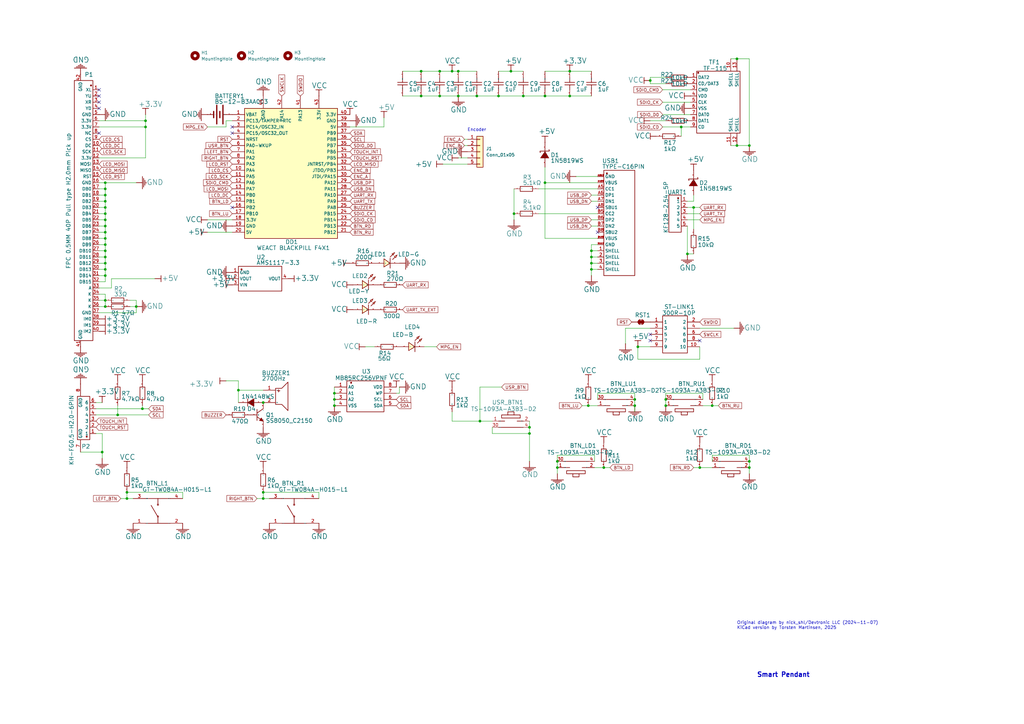
<source format=kicad_sch>
(kicad_sch (version 20250114) (generator "eeschema") (generator_version "9.0")
  (paper "A3")
  (text "Original diagram by nick_shl/Devtronic LLC (2024-11-07)\nKiCad version by Torsten Martinsen, 2025" (at 302.26 256.54 0) (effects (font (size 1.27 1.27)) (justify left)))
  (text "Smart Pendant" (at 321.31 276.86 0) (effects (font (size 1.905 1.905) (thickness 0.381) (bold yes))))
  (text "Encoder" (at 195.58 53.34 0) (effects (font (size 1.27 1.27))))
  (junction (at 43.18 85.09))
  (junction (at 43.18 102.87))
  (junction (at 43.18 87.63))
  (junction (at 41.91 185.42))
  (junction (at 43.18 100.33))
  (junction (at 261.62 142.24))
  (junction (at 302.26 59.69))
  (junction (at 204.47 39.37))
  (junction (at 233.68 29.21))
  (junction (at 273.05 163.83))
  (junction (at 217.17 177.8))
  (junction (at 43.18 107.95))
  (junction (at 43.18 77.47))
  (junction (at 55.88 125.73))
  (junction (at 172.72 29.21))
  (junction (at 228.6 191.77))
  (junction (at 43.18 90.17))
  (junction (at 97.79 160.02))
  (junction (at 107.95 165.1))
  (junction (at 307.34 189.23))
  (junction (at 59.69 49.53))
  (junction (at 58.42 167.64))
  (junction (at 195.58 39.37))
  (junction (at 187.96 39.37))
  (junction (at 209.55 29.21))
  (junction (at 302.26 24.13))
  (junction (at 185.42 29.21))
  (junction (at 43.18 105.41))
  (junction (at 217.17 175.26))
  (junction (at 137.16 161.29))
  (junction (at 307.34 191.77))
  (junction (at 180.34 29.21))
  (junction (at 43.18 95.25))
  (junction (at 107.95 204.47))
  (junction (at 52.07 201.93))
  (junction (at 48.26 170.18))
  (junction (at 43.18 125.73))
  (junction (at 52.07 204.47))
  (junction (at 43.18 92.71))
  (junction (at 43.18 80.01))
  (junction (at 43.18 110.49))
  (junction (at 43.18 82.55))
  (junction (at 180.34 39.37))
  (junction (at 196.85 172.72))
  (junction (at 43.18 74.93))
  (junction (at 214.63 39.37))
  (junction (at 137.16 163.83))
  (junction (at 223.52 74.93))
  (junction (at 242.57 110.49))
  (junction (at 233.68 39.37))
  (junction (at 284.48 85.09))
  (junction (at 43.18 113.03))
  (junction (at 43.18 123.19))
  (junction (at 241.3 166.37))
  (junction (at 43.18 97.79))
  (junction (at 172.72 39.37))
  (junction (at 307.34 59.69))
  (junction (at 223.52 39.37))
  (junction (at 187.96 29.21))
  (junction (at 242.57 105.41))
  (junction (at 59.69 52.07))
  (junction (at 279.4 52.07))
  (junction (at 287.02 191.77))
  (junction (at 260.35 163.83))
  (junction (at 210.82 87.63))
  (junction (at 107.95 201.93))
  (junction (at 228.6 189.23))
  (junction (at 273.05 166.37))
  (junction (at 242.57 102.87))
  (junction (at 292.1 166.37))
  (junction (at 260.35 166.37))
  (junction (at 266.7 33.02))
  (junction (at 281.94 104.14))
  (junction (at 137.16 166.37))
  (junction (at 242.57 107.95))
  (junction (at 247.65 191.77))
  (no_connect (at 95.25 85.09))
  (no_connect (at 40.64 54.61))
  (no_connect (at 40.64 39.37))
  (no_connect (at 40.64 41.91))
  (no_connect (at 266.7 139.7))
  (no_connect (at 40.64 36.83))
  (no_connect (at 266.7 137.16))
  (no_connect (at 40.64 44.45))
  (no_connect (at 245.11 95.25))
  (no_connect (at 245.11 85.09))
  (no_connect (at 95.25 54.61))
  (no_connect (at 287.02 139.7))
  (no_connect (at 95.25 52.07))
  (wire (pts (xy 220.98 77.47) (xy 245.11 77.47)))
  (wire (pts (xy 187.96 39.37) (xy 195.58 39.37)))
  (wire (pts (xy 307.34 59.69) (xy 302.26 59.69)))
  (wire (pts (xy 223.52 68.58) (xy 223.52 74.93)))
  (wire (pts (xy 242.57 110.49) (xy 242.57 113.03)))
  (wire (pts (xy 271.78 52.07) (xy 279.4 52.07)))
  (wire (pts (xy 242.57 80.01) (xy 245.11 80.01)))
  (wire (pts (xy 165.1 29.21) (xy 172.72 29.21)))
  (wire (pts (xy 163.83 161.29) (xy 162.56 161.29)))
  (wire (pts (xy 40.64 49.53) (xy 59.69 49.53)))
  (wire (pts (xy 43.18 115.57) (xy 43.18 113.03)))
  (wire (pts (xy 223.52 97.79) (xy 223.52 74.93)))
  (wire (pts (xy 245.11 163.83) (xy 245.11 161.29)))
  (wire (pts (xy 292.1 189.23) (xy 292.1 186.69)))
  (wire (pts (xy 196.85 158.75) (xy 196.85 172.72)))
  (wire (pts (xy 273.05 34.29) (xy 266.7 34.29)))
  (wire (pts (xy 52.07 204.47) (xy 54.61 204.47)))
  (wire (pts (xy 302.26 24.13) (xy 307.34 24.13)))
  (wire (pts (xy 43.18 90.17) (xy 43.18 87.63)))
  (wire (pts (xy 307.34 189.23) (xy 307.34 191.77)))
  (wire (pts (xy 48.26 166.37) (xy 48.26 170.18)))
  (wire (pts (xy 85.09 90.17) (xy 95.25 90.17)))
  (wire (pts (xy 201.93 177.8) (xy 217.17 177.8)))
  (wire (pts (xy 287.02 85.09) (xy 284.48 85.09)))
  (wire (pts (xy 245.11 110.49) (xy 242.57 110.49)))
  (wire (pts (xy 58.42 166.37) (xy 58.42 167.64)))
  (wire (pts (xy 242.57 107.95) (xy 242.57 110.49)))
  (wire (pts (xy 43.18 85.09) (xy 43.18 82.55)))
  (wire (pts (xy 260.35 161.29) (xy 260.35 163.83)))
  (wire (pts (xy 287.02 142.24) (xy 287.02 147.32)))
  (wire (pts (xy 245.11 100.33) (xy 242.57 100.33)))
  (wire (pts (xy 245.11 161.29) (xy 260.35 161.29)))
  (wire (pts (xy 55.88 123.19) (xy 55.88 125.73)))
  (wire (pts (xy 172.72 39.37) (xy 180.34 39.37)))
  (wire (pts (xy 43.18 123.19) (xy 40.64 123.19)))
  (wire (pts (xy 43.18 97.79) (xy 43.18 95.25)))
  (wire (pts (xy 209.55 29.21) (xy 214.63 29.21)))
  (wire (pts (xy 40.64 118.11) (xy 45.72 118.11)))
  (wire (pts (xy 105.41 204.47) (xy 107.95 204.47)))
  (wire (pts (xy 41.91 165.1) (xy 39.37 165.1)))
  (wire (pts (xy 43.18 113.03) (xy 43.18 110.49)))
  (wire (pts (xy 307.34 24.13) (xy 307.34 59.69)))
  (wire (pts (xy 300.99 134.62) (xy 287.02 134.62)))
  (wire (pts (xy 228.6 194.31) (xy 228.6 191.77)))
  (wire (pts (xy 107.95 201.93) (xy 107.95 204.47)))
  (wire (pts (xy 245.11 105.41) (xy 242.57 105.41)))
  (wire (pts (xy 273.05 161.29) (xy 288.29 161.29)))
  (wire (pts (xy 284.48 80.01) (xy 284.48 82.55)))
  (wire (pts (xy 242.57 92.71) (xy 245.11 92.71)))
  (wire (pts (xy 196.85 172.72) (xy 201.93 172.72)))
  (wire (pts (xy 49.53 204.47) (xy 52.07 204.47)))
  (wire (pts (xy 40.64 113.03) (xy 43.18 113.03)))
  (wire (pts (xy 245.11 166.37) (xy 241.3 166.37)))
  (wire (pts (xy 43.18 107.95) (xy 43.18 105.41)))
  (wire (pts (xy 59.69 64.77) (xy 40.64 64.77)))
  (wire (pts (xy 97.79 160.02) (xy 97.79 165.1)))
  (wire (pts (xy 43.18 77.47) (xy 43.18 74.93)))
  (wire (pts (xy 40.64 97.79) (xy 43.18 97.79)))
  (wire (pts (xy 40.64 85.09) (xy 43.18 85.09)))
  (wire (pts (xy 92.71 52.07) (xy 85.09 52.07)))
  (wire (pts (xy 273.05 166.37) (xy 273.05 163.83)))
  (wire (pts (xy 217.17 175.26) (xy 217.17 172.72)))
  (wire (pts (xy 41.91 185.42) (xy 41.91 177.8)))
  (wire (pts (xy 247.65 191.77) (xy 250.19 191.77)))
  (wire (pts (xy 40.64 77.47) (xy 43.18 77.47)))
  (wire (pts (xy 220.98 87.63) (xy 245.11 87.63)))
  (wire (pts (xy 43.18 95.25) (xy 43.18 92.71)))
  (wire (pts (xy 95.25 49.53) (xy 92.71 49.53)))
  (wire (pts (xy 284.48 82.55) (xy 281.94 82.55)))
  (wire (pts (xy 204.47 29.21) (xy 209.55 29.21)))
  (wire (pts (xy 201.93 175.26) (xy 201.93 177.8)))
  (wire (pts (xy 143.51 52.07) (xy 157.48 52.07)))
  (wire (pts (xy 217.17 189.23) (xy 217.17 177.8)))
  (wire (pts (xy 299.72 24.13) (xy 302.26 24.13)))
  (wire (pts (xy 223.52 39.37) (xy 233.68 39.37)))
  (wire (pts (xy 40.64 82.55) (xy 43.18 82.55)))
  (wire (pts (xy 242.57 82.55) (xy 245.11 82.55)))
  (wire (pts (xy 55.88 128.27) (xy 40.64 128.27)))
  (wire (pts (xy 43.18 102.87) (xy 43.18 100.33)))
  (wire (pts (xy 40.64 100.33) (xy 43.18 100.33)))
  (wire (pts (xy 40.64 90.17) (xy 43.18 90.17)))
  (wire (pts (xy 43.18 74.93) (xy 40.64 74.93)))
  (wire (pts (xy 288.29 161.29) (xy 288.29 163.83)))
  (wire (pts (xy 59.69 46.99) (xy 59.69 49.53)))
  (wire (pts (xy 281.94 104.14) (xy 281.94 92.71)))
  (wire (pts (xy 172.72 29.21) (xy 180.34 29.21)))
  (wire (pts (xy 195.58 39.37) (xy 204.47 39.37)))
  (wire (pts (xy 302.26 59.69) (xy 299.72 59.69)))
  (wire (pts (xy 228.6 186.69) (xy 243.84 186.69)))
  (wire (pts (xy 74.93 204.47) (xy 74.93 201.93)))
  (wire (pts (xy 260.35 163.83) (xy 260.35 166.37)))
  (wire (pts (xy 149.86 142.24) (xy 153.67 142.24)))
  (wire (pts (xy 43.18 110.49) (xy 43.18 107.95)))
  (wire (pts (xy 271.78 36.83) (xy 283.21 36.83)))
  (wire (pts (xy 217.17 177.8) (xy 217.17 175.26)))
  (wire (pts (xy 40.64 52.07) (xy 59.69 52.07)))
  (wire (pts (xy 40.64 92.71) (xy 43.18 92.71)))
  (wire (pts (xy 60.96 170.18) (xy 48.26 170.18)))
  (wire (pts (xy 260.35 166.37) (xy 260.35 168.91)))
  (wire (pts (xy 284.48 85.09) (xy 281.94 85.09)))
  (wire (pts (xy 41.91 187.96) (xy 41.91 185.42)))
  (wire (pts (xy 190.5 57.15) (xy 191.77 57.15)))
  (wire (pts (xy 292.1 166.37) (xy 294.64 166.37)))
  (wire (pts (xy 279.4 55.88) (xy 279.4 52.07)))
  (wire (pts (xy 40.64 80.01) (xy 43.18 80.01)))
  (wire (pts (xy 287.02 191.77) (xy 284.48 191.77)))
  (wire (pts (xy 307.34 191.77) (xy 307.34 194.31)))
  (wire (pts (xy 266.7 49.53) (xy 273.05 49.53)))
  (wire (pts (xy 43.18 80.01) (xy 43.18 77.47)))
  (wire (pts (xy 214.63 39.37) (xy 223.52 39.37)))
  (wire (pts (xy 165.1 39.37) (xy 172.72 39.37)))
  (wire (pts (xy 266.7 31.75) (xy 273.05 31.75)))
  (wire (pts (xy 40.64 102.87) (xy 43.18 102.87)))
  (wire (pts (xy 157.48 52.07) (xy 157.48 48.26)))
  (wire (pts (xy 196.85 158.75) (xy 205.74 158.75)))
  (wire (pts (xy 288.29 166.37) (xy 292.1 166.37)))
  (wire (pts (xy 43.18 120.65) (xy 43.18 123.19)))
  (wire (pts (xy 58.42 167.64) (xy 39.37 167.64)))
  (wire (pts (xy 173.99 142.24) (xy 179.07 142.24)))
  (wire (pts (xy 43.18 87.63) (xy 40.64 87.63)))
  (wire (pts (xy 228.6 189.23) (xy 228.6 186.69)))
  (wire (pts (xy 55.88 74.93) (xy 43.18 74.93)))
  (wire (pts (xy 190.5 59.69) (xy 191.77 59.69)))
  (wire (pts (xy 279.4 52.07) (xy 283.21 52.07)))
  (wire (pts (xy 284.48 93.98) (xy 284.48 85.09)))
  (wire (pts (xy 130.81 204.47) (xy 130.81 201.93)))
  (wire (pts (xy 40.64 105.41) (xy 43.18 105.41)))
  (wire (pts (xy 271.78 46.99) (xy 283.21 46.99)))
  (wire (pts (xy 130.81 201.93) (xy 107.95 201.93)))
  (wire (pts (xy 40.64 110.49) (xy 43.18 110.49)))
  (wire (pts (xy 74.93 201.93) (xy 52.07 201.93)))
  (wire (pts (xy 52.07 201.93) (xy 52.07 204.47)))
  (wire (pts (xy 137.16 161.29) (xy 137.16 158.75)))
  (wire (pts (xy 223.52 74.93) (xy 245.11 74.93)))
  (wire (pts (xy 43.18 82.55) (xy 43.18 80.01)))
  (wire (pts (xy 256.54 140.97) (xy 256.54 134.62)))
  (wire (pts (xy 287.02 147.32) (xy 261.62 147.32)))
  (wire (pts (xy 43.18 87.63) (xy 43.18 85.09)))
  (wire (pts (xy 242.57 105.41) (xy 242.57 107.95)))
  (wire (pts (xy 40.64 115.57) (xy 43.18 115.57)))
  (wire (pts (xy 236.22 72.39) (xy 245.11 72.39)))
  (wire (pts (xy 266.7 33.02) (xy 266.7 31.75)))
  (wire (pts (xy 245.11 107.95) (xy 242.57 107.95)))
  (wire (pts (xy 245.11 102.87) (xy 242.57 102.87)))
  (wire (pts (xy 48.26 170.18) (xy 39.37 170.18)))
  (wire (pts (xy 53.34 123.19) (xy 55.88 123.19)))
  (wire (pts (xy 97.79 156.21) (xy 97.79 160.02)))
  (wire (pts (xy 43.18 125.73) (xy 43.18 123.19)))
  (wire (pts (xy 284.48 104.14) (xy 281.94 104.14)))
  (wire (pts (xy 45.72 118.11) (xy 45.72 114.3)))
  (wire (pts (xy 53.34 125.73) (xy 55.88 125.73)))
  (wire (pts (xy 307.34 186.69) (xy 307.34 189.23)))
  (wire (pts (xy 233.68 29.21) (xy 242.57 29.21)))
  (wire (pts (xy 163.83 158.75) (xy 163.83 161.29)))
  (wire (pts (xy 243.84 186.69) (xy 243.84 189.23)))
  (wire (pts (xy 40.64 107.95) (xy 43.18 107.95)))
  (wire (pts (xy 242.57 100.33) (xy 242.57 102.87)))
  (wire (pts (xy 273.05 163.83) (xy 273.05 161.29)))
  (wire (pts (xy 85.09 95.25) (xy 95.25 95.25)))
  (wire (pts (xy 55.88 125.73) (xy 55.88 128.27)))
  (wire (pts (xy 107.95 204.47) (xy 110.49 204.47)))
  (wire (pts (xy 40.64 125.73) (xy 43.18 125.73)))
  (wire (pts (xy 292.1 191.77) (xy 287.02 191.77)))
  (wire (pts (xy 187.96 64.77) (xy 191.77 64.77)))
  (wire (pts (xy 185.42 172.72) (xy 196.85 172.72)))
  (wire (pts (xy 137.16 163.83) (xy 137.16 161.29)))
  (wire (pts (xy 243.84 191.77) (xy 247.65 191.77)))
  (wire (pts (xy 92.71 49.53) (xy 92.71 52.07)))
  (wire (pts (xy 59.69 49.53) (xy 59.69 52.07)))
  (wire (pts (xy 185.42 29.21) (xy 187.96 29.21)))
  (wire (pts (xy 228.6 191.77) (xy 228.6 189.23)))
  (wire (pts (xy 241.3 166.37) (xy 238.76 166.37)))
  (wire (pts (xy 92.71 156.21) (xy 97.79 156.21)))
  (wire (pts (xy 266.7 142.24) (xy 261.62 142.24)))
  (wire (pts (xy 43.18 100.33) (xy 43.18 97.79)))
  (wire (pts (xy 40.64 120.65) (xy 43.18 120.65)))
  (wire (pts (xy 233.68 39.37) (xy 242.57 39.37)))
  (wire (pts (xy 245.11 97.79) (xy 223.52 97.79)))
  (wire (pts (xy 59.69 52.07) (xy 59.69 64.77)))
  (wire (pts (xy 180.34 39.37) (xy 187.96 39.37)))
  (wire (pts (xy 210.82 87.63) (xy 210.82 90.17)))
  (wire (pts (xy 242.57 102.87) (xy 242.57 105.41)))
  (wire (pts (xy 60.96 167.64) (xy 58.42 167.64)))
  (wire (pts (xy 204.47 39.37) (xy 214.63 39.37)))
  (wire (pts (xy 137.16 166.37) (xy 137.16 163.83)))
  (wire (pts (xy 45.72 114.3) (xy 63.5 114.3)))
  (wire (pts (xy 187.96 29.21) (xy 195.58 29.21)))
  (wire (pts (xy 210.82 77.47) (xy 210.82 87.63)))
  (wire (pts (xy 43.18 92.71) (xy 43.18 90.17)))
  (wire (pts (xy 271.78 41.91) (xy 283.21 41.91)))
  (wire (pts (xy 43.18 105.41) (xy 43.18 102.87)))
  (wire (pts (xy 180.34 29.21) (xy 185.42 29.21)))
  (wire (pts (xy 223.52 29.21) (xy 233.68 29.21)))
  (wire (pts (xy 242.57 90.17) (xy 245.11 90.17)))
  (wire (pts (xy 33.02 185.42) (xy 41.91 185.42)))
  (wire (pts (xy 41.91 177.8) (xy 39.37 177.8)))
  (wire (pts (xy 181.61 67.31) (xy 191.77 67.31)))
  (wire (pts (xy 40.64 95.25) (xy 43.18 95.25)))
  (wire (pts (xy 292.1 186.69) (xy 307.34 186.69)))
  (wire (pts (xy 261.62 147.32) (xy 261.62 142.24)))
  (wire (pts (xy 185.42 168.91) (xy 185.42 172.72)))
  (wire (pts (xy 287.02 90.17) (xy 281.94 90.17)))
  (wire (pts (xy 256.54 134.62) (xy 266.7 134.62)))
  (wire (pts (xy 287.02 87.63) (xy 281.94 87.63)))
  (wire (pts (xy 107.95 160.02) (xy 97.79 160.02)))
  (wire (pts (xy 266.7 34.29) (xy 266.7 33.02)))
  (global_label "USB_DN" (shape input) (at 242.57 82.55 180) (property "Intersheetrefs" "${INTERSHEET_REFS}" (effects (hide yes))))
  (global_label "BTN_LD" (shape input) (at 250.19 191.77 0) (property "Intersheetrefs" "${INTERSHEET_REFS}" (effects (hide yes))))
  (global_label "UART_RX" (shape input) (at 165.1 116.84 0) (property "Intersheetrefs" "${INTERSHEET_REFS}" (effects (hide yes))))
  (global_label "LCD_CS" (shape input) (at 40.64 57.15 0) (property "Intersheetrefs" "${INTERSHEET_REFS}" (effects (hide yes))))
  (global_label "SWCLK" (shape input) (at 287.02 137.16 0) (property "Intersheetrefs" "${INTERSHEET_REFS}" (effects (hide yes))))
  (global_label "BTN_LU" (shape input) (at 238.76 166.37 180) (property "Intersheetrefs" "${INTERSHEET_REFS}" (effects (hide yes))))
  (global_label "RST" (shape input) (at 259.08 132.08 180) (property "Intersheetrefs" "${INTERSHEET_REFS}" (effects (hide yes))))
  (global_label "SDIO_CK" (shape input) (at 271.78 41.91 180) (property "Intersheetrefs" "${INTERSHEET_REFS}" (effects (hide yes))))
  (global_label "SDA" (shape input) (at 162.56 166.37 0) (property "Intersheetrefs" "${INTERSHEET_REFS}" (effects (hide yes))))
  (global_label "USB_DN" (shape input) (at 143.51 77.47 0) (property "Intersheetrefs" "${INTERSHEET_REFS}" (effects (hide yes))))
  (global_label "UART_TX" (shape input) (at 287.02 87.63 0) (property "Intersheetrefs" "${INTERSHEET_REFS}" (effects (hide yes))))
  (global_label "UART_RX" (shape input) (at 143.51 80.01 0) (property "Intersheetrefs" "${INTERSHEET_REFS}" (effects (hide yes))))
  (global_label "SCL" (shape input) (at 162.56 163.83 0) (property "Intersheetrefs" "${INTERSHEET_REFS}" (effects (hide yes))))
  (global_label "LCD_MOSI" (shape input) (at 95.25 77.47 180) (property "Intersheetrefs" "${INTERSHEET_REFS}" (effects (hide yes))))
  (global_label "RIGHT_BTN" (shape input) (at 95.25 64.77 180) (property "Intersheetrefs" "${INTERSHEET_REFS}" (effects (hide yes))))
  (global_label "SDIO_D0" (shape input) (at 143.51 59.69 0) (property "Intersheetrefs" "${INTERSHEET_REFS}" (effects (hide yes))))
  (global_label "SDIO_CK" (shape input) (at 143.51 87.63 0) (property "Intersheetrefs" "${INTERSHEET_REFS}" (effects (hide yes))))
  (global_label "SDA" (shape input) (at 60.96 167.64 0) (property "Intersheetrefs" "${INTERSHEET_REFS}" (effects (hide yes))))
  (global_label "USR_BTN" (shape input) (at 95.25 59.69 180) (property "Intersheetrefs" "${INTERSHEET_REFS}" (effects (hide yes))))
  (global_label "LCD_CS" (shape input) (at 95.25 69.85 180) (property "Intersheetrefs" "${INTERSHEET_REFS}" (effects (hide yes))))
  (global_label "USB_DP" (shape input) (at 143.51 74.93 0) (property "Intersheetrefs" "${INTERSHEET_REFS}" (effects (hide yes))))
  (global_label "LEFT_BTN" (shape input) (at 49.53 204.47 180) (property "Intersheetrefs" "${INTERSHEET_REFS}" (effects (hide yes))))
  (global_label "BTN_LU" (shape input) (at 95.25 87.63 180) (property "Intersheetrefs" "${INTERSHEET_REFS}" (effects (hide yes))))
  (global_label "LCD_DC" (shape input) (at 40.64 59.69 0) (property "Intersheetrefs" "${INTERSHEET_REFS}" (effects (hide yes))))
  (global_label "SDIO_CMD" (shape input) (at 271.78 36.83 180) (property "Intersheetrefs" "${INTERSHEET_REFS}" (effects (hide yes))))
  (global_label "ENC_A" (shape input) (at 143.51 72.39 0) (property "Intersheetrefs" "${INTERSHEET_REFS}" (effects (hide yes))))
  (global_label "SCL" (shape input) (at 143.51 57.15 0) (property "Intersheetrefs" "${INTERSHEET_REFS}" (effects (hide yes))))
  (global_label "SWCLK" (shape input) (at 115.57 39.37 90) (property "Intersheetrefs" "${INTERSHEET_REFS}" (effects (hide yes))))
  (global_label "BUZZER" (shape input) (at 92.71 170.18 180) (property "Intersheetrefs" "${INTERSHEET_REFS}" (effects (hide yes))))
  (global_label "BTN_RD" (shape input) (at 284.48 191.77 180) (property "Intersheetrefs" "${INTERSHEET_REFS}" (effects (hide yes))))
  (global_label "SDIO_CD" (shape input) (at 143.51 90.17 0) (property "Intersheetrefs" "${INTERSHEET_REFS}" (effects (hide yes))))
  (global_label "ENC_B" (shape input) (at 143.51 69.85 0) (property "Intersheetrefs" "${INTERSHEET_REFS}" (effects (hide yes))))
  (global_label "ENC_A" (shape input) (at 190.5 57.15 180) (property "Intersheetrefs" "${INTERSHEET_REFS}" (effects (hide yes))))
  (global_label "TOUCH_RST" (shape input) (at 39.37 175.26 0) (property "Intersheetrefs" "${INTERSHEET_REFS}" (effects (hide yes))))
  (global_label "LCD_MISO" (shape input) (at 143.51 67.31 0) (property "Intersheetrefs" "${INTERSHEET_REFS}" (effects (hide yes))))
  (global_label "MPG_EN" (shape input) (at 85.09 52.07 180) (property "Intersheetrefs" "${INTERSHEET_REFS}" (effects (hide yes))))
  (global_label "SWDIO" (shape input) (at 123.19 39.37 90) (property "Intersheetrefs" "${INTERSHEET_REFS}" (effects (hide yes))))
  (global_label "LEFT_BTN" (shape input) (at 95.25 62.23 180) (property "Intersheetrefs" "${INTERSHEET_REFS}" (effects (hide yes))))
  (global_label "TOUCH_INT" (shape input) (at 39.37 172.72 0) (property "Intersheetrefs" "${INTERSHEET_REFS}" (effects (hide yes))))
  (global_label "LCD_DC" (shape input) (at 95.25 80.01 180) (property "Intersheetrefs" "${INTERSHEET_REFS}" (effects (hide yes))))
  (global_label "USR_BTN" (shape input) (at 205.74 158.75 0) (property "Intersheetrefs" "${INTERSHEET_REFS}" (effects (hide yes))))
  (global_label "BTN_RU" (shape input) (at 294.64 166.37 0) (property "Intersheetrefs" "${INTERSHEET_REFS}" (effects (hide yes))))
  (global_label "UART_TX" (shape input) (at 143.51 82.55 0) (property "Intersheetrefs" "${INTERSHEET_REFS}" (effects (hide yes))))
  (global_label "BTN_LD" (shape input) (at 95.25 82.55 180) (property "Intersheetrefs" "${INTERSHEET_REFS}" (effects (hide yes))))
  (global_label "LCD_SCK" (shape input) (at 40.64 62.23 0) (property "Intersheetrefs" "${INTERSHEET_REFS}" (effects (hide yes))))
  (global_label "LCD_SCK" (shape input) (at 95.25 72.39 180) (property "Intersheetrefs" "${INTERSHEET_REFS}" (effects (hide yes))))
  (global_label "USB_DP" (shape input) (at 242.57 90.17 180) (property "Intersheetrefs" "${INTERSHEET_REFS}" (effects (hide yes))))
  (global_label "USB_DP" (shape input) (at 242.57 80.01 180) (property "Intersheetrefs" "${INTERSHEET_REFS}" (effects (hide yes))))
  (global_label "SDIO_D0" (shape input) (at 271.78 46.99 180) (property "Intersheetrefs" "${INTERSHEET_REFS}" (effects (hide yes))))
  (global_label "MPG_EN" (shape input) (at 287.02 90.17 0) (property "Intersheetrefs" "${INTERSHEET_REFS}" (effects (hide yes))))
  (global_label "UART_TX_EXT" (shape input) (at 165.1 127 0) (property "Intersheetrefs" "${INTERSHEET_REFS}" (effects (hide yes))))
  (global_label "LCD_MISO" (shape input) (at 40.64 69.85 0) (property "Intersheetrefs" "${INTERSHEET_REFS}" (effects (hide yes))))
  (global_label "SDA" (shape input) (at 143.51 54.61 0) (property "Intersheetrefs" "${INTERSHEET_REFS}" (effects (hide yes))))
  (global_label "LCD_MOSI" (shape input) (at 40.64 67.31 0) (property "Intersheetrefs" "${INTERSHEET_REFS}" (effects (hide yes))))
  (global_label "LCD_RST" (shape input) (at 40.64 72.39 0) (property "Intersheetrefs" "${INTERSHEET_REFS}" (effects (hide yes))))
  (global_label "RST" (shape input) (at 95.25 57.15 180) (property "Intersheetrefs" "${INTERSHEET_REFS}" (effects (hide yes))))
  (global_label "SWDIO" (shape input) (at 287.02 132.08 0) (property "Intersheetrefs" "${INTERSHEET_REFS}" (effects (hide yes))))
  (global_label "BUZZER" (shape input) (at 143.51 85.09 0) (property "Intersheetrefs" "${INTERSHEET_REFS}" (effects (hide yes))))
  (global_label "SCL" (shape input) (at 60.96 170.18 0) (property "Intersheetrefs" "${INTERSHEET_REFS}" (effects (hide yes))))
  (global_label "SDIO_CMD" (shape input) (at 95.25 74.93 180) (property "Intersheetrefs" "${INTERSHEET_REFS}" (effects (hide yes))))
  (global_label "MPG_EN" (shape input) (at 179.07 142.24 0) (property "Intersheetrefs" "${INTERSHEET_REFS}" (effects (hide yes))))
  (global_label "RIGHT_BTN" (shape input) (at 105.41 204.47 180) (property "Intersheetrefs" "${INTERSHEET_REFS}" (effects (hide yes))))
  (global_label "TOUCH_RST" (shape input) (at 143.51 64.77 0) (property "Intersheetrefs" "${INTERSHEET_REFS}" (effects (hide yes))))
  (global_label "BTN_RD" (shape input) (at 143.51 92.71 0) (property "Intersheetrefs" "${INTERSHEET_REFS}" (effects (hide yes))))
  (global_label "ENC_B" (shape input) (at 190.5 59.69 180) (property "Intersheetrefs" "${INTERSHEET_REFS}" (effects (hide yes))))
  (global_label "UART_RX" (shape input) (at 287.02 85.09 0) (property "Intersheetrefs" "${INTERSHEET_REFS}" (effects (hide yes))))
  (global_label "SDIO_CD" (shape input) (at 271.78 52.07 180) (property "Intersheetrefs" "${INTERSHEET_REFS}" (effects (hide yes))))
  (global_label "USB_DN" (shape input) (at 242.57 92.71 180) (property "Intersheetrefs" "${INTERSHEET_REFS}" (effects (hide yes))))
  (global_label "BTN_RU" (shape input) (at 143.51 95.25 0) (property "Intersheetrefs" "${INTERSHEET_REFS}" (effects (hide yes))))
  (global_label "TOUCH_INT" (shape input) (at 143.51 62.23 0) (property "Intersheetrefs" "${INTERSHEET_REFS}" (effects (hide yes))))
  (global_label "LCD_RST" (shape input) (at 95.25 67.31 180) (property "Intersheetrefs" "${INTERSHEET_REFS}" (effects (hide yes))))
  (symbol (lib_id "VCC") (at 130.81 39.37 0) (mirror x) (unit 0)
    (property "Reference" "#PWR0177" (effects (hide yes)))
    (property "Value" "VCC" (at 127.762 36.322 0) (effects (font (size 2.1717 2.1717)) (justify left top)))
    (property "Description" "Power symbol creates a global label with name 'VCC'" (effects (hide yes)))
  )
  (symbol (lib_id "Mechanical:MountingHole") (at 118.11 22.86 0) (unit 1) (in_bom no)
    (property "Reference" "H3" (at 120.65 21.5899 0) (effects (justify left)))
    (property "Value" "MountingHole" (at 120.65 24.1299 0) (effects (justify left)))
    (property "Footprint" "MountingHole:MountingHole_3.2mm_M3" (effects (hide yes)))
    (property "Description" "Mounting Hole without connection" (effects (hide yes)))
  )
  (symbol (lib_id "TYPE-C16PIN") (at 254 91.44 0) (unit 0)
    (property "Reference" "USB1" (at 246.9642 65.0113 0) (effects (font (size 1.6891 1.6891)) (justify left top)))
    (property "Value" "TYPE-C16PIN" (at 246.9642 67.3481 0) (effects (font (size 1.6891 1.6891)) (justify left top)))
    (property "Datasheet" "https://lcsc.com/eda_search?q=C393939&%26type=1&ref=editor" (effects (hide yes)))
    (property "Manufacturer Part" "TYPE-C16PIN" (effects (hide yes)))
    (property "Manufacturer" "SHOU HAN(首韩)" (effects (hide yes)))
    (property "Supplier Part" "C393939" (effects (hide yes)))
    (property "Supplier" "LCSC" (effects (hide yes)))
  )
  (symbol (lib_id "Mechanical:MountingHole") (at 80.01 22.86 0) (unit 1) (in_bom no)
    (property "Reference" "H1" (at 82.55 21.5899 0) (effects (justify left)))
    (property "Value" "MountingHole" (at 82.55 24.1299 0) (effects (justify left)))
    (property "Footprint" "MountingHole:MountingHole_3.2mm_M3" (effects (hide yes)))
    (property "Description" "Mounting Hole without connection" (effects (hide yes)))
  )
  (symbol (lib_id "VCC") (at 107.95 191.77 0) (mirror x) (unit 0)
    (property "Reference" "#PWR0156" (effects (hide yes)))
    (property "Value" "VCC" (at 104.902 188.722 0) (effects (font (size 2.1717 2.1717)) (justify left top)))
    (property "Description" "Power symbol creates a global label with name 'VCC'" (effects (hide yes)))
  )
  (symbol (lib_id "B5819WS_C22624") (at 223.52 63.5 0) (unit 0)
    (property "Reference" "D1" (at 225.806 62.6237 0) (effects (font (size 1.6891 1.6891)) (justify left top)))
    (property "Value" "1N5819WS" (at 225.806 64.9097 0) (effects (font (size 1.6891 1.6891)) (justify left top)))
    (property "Footprint" "PCM_Diode_SMD_AKL:D_MiniMELF" (effects (hide yes)))
    (property "Datasheet" "https://lcsc.com/eda_search?q=C22624&%26type=1&ref=editor" (effects (hide yes)))
    (property "Manufacturer Part" "1N5819WS" (effects (hide yes)))
    (property "Manufacturer" "Hottech(合科泰)" (effects (hide yes)))
    (property "Supplier Part" "C191023" (effects (hide yes)))
    (property "Supplier" "LCSC" (effects (hide yes)))
  )
  (symbol (lib_id "GND") (at 228.6 194.31 0) (unit 0)
    (property "Reference" "#PWR0131" (effects (hide yes)))
    (property "Value" "GND" (at 225.298 200.914 0) (effects (font (size 2.1717 2.1717)) (justify left bottom)))
    (property "Description" "Power symbol creates a global label with name 'GND'" (effects (hide yes)))
  )
  (symbol (lib_id "TS-1093A-A3B3-D2_2") (at 252.73 166.37 0) (unit 0)
    (property "Reference" "BTN_LU1" (at 250.1646 156.4513 0) (effects (font (size 1.6891 1.6891)) (justify left top)))
    (property "Value" "TS-1093A-A3B3-D2" (at 243.459 159.1945 0) (effects (font (size 1.6891 1.6891)) (justify left top)))
    (property "Datasheet" "https://lcsc.com/eda_search?q=C499310&%26type=1&ref=editor" (effects (hide yes)))
    (property "Manufacturer Part" "TS-1093A-A3B3-D2" (effects (hide yes)))
    (property "Manufacturer" "Yuandi(元迪)" (effects (hide yes)))
    (property "Supplier Part" "C499310" (effects (hide yes)))
    (property "Supplier" "LCSC" (effects (hide yes)))
  )
  (symbol (lib_id "GT-TW084A-H015-L1") (at 64.77 209.55 0) (unit 0)
    (property "Reference" "BTN_L1" (at 59.817 197.2691 0) (effects (font (size 1.6891 1.6891)) (justify left top)))
    (property "Value" "GT-TW084A-H015-L1" (at 58.3438 199.8091 0) (effects (font (size 1.6891 1.6891)) (justify left top)))
    (property "Datasheet" "https://lcsc.com/eda_search?q=C7425483&%26type=1&ref=editor" (effects (hide yes)))
    (property "Manufacturer Part" "GT-TW084A-H015-L1" (effects (hide yes)))
    (property "Manufacturer" "G-Switch(品赞)" (effects (hide yes)))
    (property "Supplier Part" "C7425483" (effects (hide yes)))
    (property "Supplier" "LCSC" (effects (hide yes)))
  )
  (symbol (lib_id "0805W8F1002T5E_6") (at 58.42 161.29 0) (unit 0)
    (property "Reference" "R8" (at 59.944 160.4137 0) (effects (font (size 1.6891 1.6891)) (justify left top)))
    (property "Value" "4.7kΩ" (at 59.944 162.6997 0) (effects (font (size 1.6891 1.6891)) (justify left top)))
    (property "Footprint" "PCM_Resistor_SMD_AKL:R_0603_1608Metric" (effects (hide yes)))
    (property "Manufacturer Part" "0805W8F4701T5E" (effects (hide yes)))
    (property "Manufacturer" "UNI-ROYAL(厚声)" (effects (hide yes)))
    (property "Supplier Part" "C17673" (effects (hide yes)))
    (property "Supplier" "LCSC" (effects (hide yes)))
  )
  (symbol (lib_id "+5V") (at 223.52 58.42 0) (mirror x) (unit 0)
    (property "Reference" "#PWR0139" (effects (hide yes)))
    (property "Value" "+5V" (at 220.7514 55.118 0) (effects (font (size 2.1717 2.1717)) (justify left top)))
    (property "Description" "Power symbol creates a global label with name '+5V'" (effects (hide yes)))
  )
  (symbol (lib_id "VCC") (at 85.09 90.17 270) (mirror x) (unit 0)
    (property "Reference" "#PWR0106" (effects (hide yes)))
    (property "Value" "VCC" (at 76.1492 91.2368 -90) (effects (font (size 2.1717 2.1717)) (justify right bottom)))
    (property "Description" "Power symbol creates a global label with name 'VCC'" (effects (hide yes)))
  )
  (symbol (lib_id "+5V") (at 209.55 29.21 0) (mirror x) (unit 0)
    (property "Reference" "#PWR0181" (effects (hide yes)))
    (property "Value" "+5V" (at 207.01 26.162 0) (effects (font (size 2.1717 2.1717)) (justify left top)))
    (property "Description" "Power symbol creates a global label with name '+5V'" (effects (hide yes)))
  )
  (symbol (lib_id "+3.3V") (at 59.69 46.99 0) (mirror x) (unit 0)
    (property "Reference" "#PWR0162" (effects (hide yes)))
    (property "Value" "+3.3V" (at 56.642 43.942 0) (effects (font (size 2.1717 2.1717)) (justify left top)))
    (property "Description" "Power symbol creates a global label with name '+3.3V'" (effects (hide yes)))
  )
  (symbol (lib_id "GND") (at 281.94 104.14 0) (unit 0)
    (property "Reference" "#PWR0127" (effects (hide yes)))
    (property "Value" "GND" (at 278.638 111.0742 0) (effects (font (size 2.1717 2.1717)) (justify left bottom)))
    (property "Description" "Power symbol creates a global label with name 'GND'" (effects (hide yes)))
  )
  (symbol (lib_id "+5V") (at 85.09 95.25 270) (mirror x) (unit 0)
    (property "Reference" "#PWR0107" (effects (hide yes)))
    (property "Value" "+5V" (at 76.962 96.2914 -90) (effects (font (size 2.1717 2.1717)) (justify right bottom)))
    (property "Description" "Power symbol creates a global label with name '+5V'" (effects (hide yes)))
  )
  (symbol (lib_id "LED-0805_G") (at 149.86 116.84 0) (unit 0)
    (property "Reference" "LED2" (at 144.3736 112.2045 0) (effects (font (size 1.6891 1.6891)) (justify left top)))
    (property "Value" "LED-Y" (at 142.9512 118.4783 0) (effects (font (size 1.6891 1.6891)) (justify left top)))
    (property "Footprint" "PCM_Diode_SMD_AKL:D_0603_1608Metric" (effects (hide yes)))
    (property "Manufacturer Part" "NCD0805G1" (effects (hide yes)))
    (property "Manufacturer" "国星光电" (effects (hide yes)))
    (property "Supplier Part" "C84260" (effects (hide yes)))
  )
  (symbol (lib_id "VCC") (at 48.26 156.21 0) (mirror x) (unit 0)
    (property "Reference" "#PWR0116" (effects (hide yes)))
    (property "Value" "VCC" (at 45.212 153.162 0) (effects (font (size 2.1717 2.1717)) (justify left top)))
    (property "Description" "Power symbol creates a global label with name 'VCC'" (effects (hide yes)))
  )
  (symbol (lib_id "0805W8F1002T5E") (at 52.07 196.85 0) (unit 0)
    (property "Reference" "R5" (at 53.594 195.9737 0) (effects (font (size 1.6891 1.6891)) (justify left top)))
    (property "Value" "1kΩ" (at 53.594 198.2597 0) (effects (font (size 1.6891 1.6891)) (justify left top)))
    (property "Footprint" "PCM_Resistor_SMD_AKL:R_0603_1608Metric" (effects (hide yes)))
    (property "Manufacturer Part" "0805W8F1001T5E" (effects (hide yes)))
    (property "Manufacturer" "UNI-ROYAL(厚声)" (effects (hide yes)))
    (property "Supplier Part" "C17513" (effects (hide yes)))
    (property "Supplier" "LCSC" (effects (hide yes)))
  )
  (symbol (lib_id "VCC") (at 162.56 158.75 0) (mirror x) (unit 0)
    (property "Reference" "#PWR0166" (effects (hide yes)))
    (property "Value" "VCC" (at 159.512 155.702 0) (effects (font (size 2.1717 2.1717)) (justify left top)))
    (property "Description" "Power symbol creates a global label with name 'VCC'" (effects (hide yes)))
  )
  (symbol (lib_id "0805W8F1002T5E_11") (at 274.32 55.88 0) (unit 0)
    (property "Reference" "R17" (at 272.161 57.5437 0) (effects (font (size 1.6891 1.6891)) (justify left top)))
    (property "Value" "1kΩ" (at 272.1864 60.0837 0) (effects (font (size 1.6891 1.6891)) (justify left top)))
    (property "Footprint" "PCM_Resistor_SMD_AKL:R_0603_1608Metric" (effects (hide yes)))
    (property "Manufacturer Part" "0805W8F1001T5E" (effects (hide yes)))
    (property "Manufacturer" "UNI-ROYAL(厚声)" (effects (hide yes)))
    (property "Supplier Part" "C17513" (effects (hide yes)))
    (property "Supplier" "LCSC" (effects (hide yes)))
  )
  (symbol (lib_id "+3.3V") (at 95.25 114.3 270) (mirror x) (unit 0)
    (property "Reference" "#PWR0108" (effects (hide yes)))
    (property "Value" "+3.3V" (at 86.5632 115.3414 -90) (effects (font (size 2.1717 2.1717)) (justify right bottom)))
    (property "Description" "Power symbol creates a global label with name '+3.3V'" (effects (hide yes)))
  )
  (symbol (lib_id "GND") (at 33.02 30.48 180) (unit 0)
    (property "Reference" "#PWR0153" (effects (hide yes)))
    (property "Value" "GND" (at 29.718 25.6286 -180) (effects (font (size 2.1717 2.1717)) (justify left bottom)))
    (property "Description" "Power symbol creates a global label with name 'GND'" (effects (hide yes)))
  )
  (symbol (lib_id "VCC") (at 266.7 33.02 270) (mirror x) (unit 0)
    (property "Reference" "#PWR0148" (effects (hide yes)))
    (property "Value" "VCC" (at 257.6068 34.036 -90) (effects (font (size 2.1717 2.1717)) (justify right bottom)))
    (property "Description" "Power symbol creates a global label with name 'VCC'" (effects (hide yes)))
  )
  (symbol (lib_id "GND") (at 143.51 49.53 90) (unit 0)
    (property "Reference" "#PWR0184" (effects (hide yes)))
    (property "Value" "GND" (at 147.701 50.5714 -90) (effects (font (size 2.1717 2.1717)) (justify left bottom)))
    (property "Description" "Power symbol creates a global label with name 'GND'" (effects (hide yes)))
  )
  (symbol (lib_id "+3.3V") (at 40.64 135.89 90) (mirror x) (unit 0)
    (property "Reference" "#PWR0117" (effects (hide yes)))
    (property "Value" "+3.3V" (at 43.307 136.9314 -270) (effects (font (size 2.1717 2.1717)) (justify right bottom)))
    (property "Description" "Power symbol creates a global label with name '+3.3V'" (effects (hide yes)))
  )
  (symbol (lib_id "0805W8F1002T5E_7") (at 48.26 161.29 0) (unit 0)
    (property "Reference" "R7" (at 49.784 160.4137 0) (effects (font (size 1.6891 1.6891)) (justify left top)))
    (property "Value" "4.7kΩ" (at 49.784 162.6997 0) (effects (font (size 1.6891 1.6891)) (justify left top)))
    (property "Footprint" "PCM_Resistor_SMD_AKL:R_0603_1608Metric" (effects (hide yes)))
    (property "Manufacturer Part" "0805W8F4701T5E" (effects (hide yes)))
    (property "Manufacturer" "UNI-ROYAL(厚声)" (effects (hide yes)))
    (property "Supplier Part" "C17673" (effects (hide yes)))
    (property "Supplier" "LCSC" (effects (hide yes)))
  )
  (symbol (lib_id "VCC") (at 269.24 55.88 270) (mirror x) (unit 0)
    (property "Reference" "#PWR0147" (effects (hide yes)))
    (property "Value" "VCC" (at 260.2992 56.9214 -90) (effects (font (size 2.1717 2.1717)) (justify right bottom)))
    (property "Description" "Power symbol creates a global label with name 'VCC'" (effects (hide yes)))
  )
  (symbol (lib_id "GND") (at 41.91 187.96 0) (unit 0)
    (property "Reference" "#PWR0102" (effects (hide yes)))
    (property "Value" "GND" (at 38.608 194.8688 0) (effects (font (size 2.1717 2.1717)) (justify left bottom)))
    (property "Description" "Power symbol creates a global label with name 'GND'" (effects (hide yes)))
  )
  (symbol (lib_id "GND") (at 273.05 166.37 0) (unit 0)
    (property "Reference" "#PWR0136" (effects (hide yes)))
    (property "Value" "GND" (at 269.748 172.974 0) (effects (font (size 2.1717 2.1717)) (justify left bottom)))
    (property "Description" "Power symbol creates a global label with name 'GND'" (effects (hide yes)))
  )
  (symbol (lib_id "TS-1093A-A3B3-D2_1") (at 209.55 172.72 0) (unit 0)
    (property "Reference" "USR_BTN1" (at 214.7316 164.0459 0) (effects (font (size 1.6891 1.6891)) (justify right top)))
    (property "Value" "TS-1093A-A3B3-D2" (at 220.091 166.7891 0) (effects (font (size 1.6891 1.6891)) (justify right top)))
    (property "Datasheet" "https://lcsc.com/eda_search?q=C499310&%26type=1&ref=editor" (effects (hide yes)))
    (property "Manufacturer Part" "TS-1093A-A3B3-D2" (effects (hide yes)))
    (property "Manufacturer" "Yuandi(元迪)" (effects (hide yes)))
    (property "Supplier Part" "C499310" (effects (hide yes)))
    (property "Supplier" "LCSC" (effects (hide yes)))
  )
  (symbol (lib_id "0805W8F1002T5E_16") (at 278.13 49.53 0) (unit 0)
    (property "Reference" "R24" (at 270.891 47.4091 0) (effects (font (size 1.6891 1.6891)) (justify left top)))
    (property "Value" "10kΩ" (at 275.336 48.6537 0) (effects (font (size 1.6891 1.6891)) (justify left top)))
    (property "Footprint" "PCM_Resistor_SMD_AKL:R_0603_1608Metric" (effects (hide yes)))
    (property "Datasheet" "https://lcsc.com/eda_search?q=C17414&%26type=1&ref=editor" (effects (hide yes)))
    (property "Manufacturer Part" "0805W8F1002T5E" (effects (hide yes)))
    (property "Manufacturer" "UNI-ROYAL(厚声)" (effects (hide yes)))
    (property "Supplier Part" "C17414" (effects (hide yes)))
    (property "Supplier" "LCSC" (effects (hide yes)))
  )
  (symbol (lib_id "GND") (at 256.54 140.97 0) (unit 0)
    (property "Reference" "#PWR0130" (effects (hide yes)))
    (property "Value" "GND" (at 253.238 147.9042 0) (effects (font (size 2.1717 2.1717)) (justify left bottom)))
    (property "Description" "Power symbol creates a global label with name 'GND'" (effects (hide yes)))
  )
  (symbol (lib_id "GND") (at 85.09 46.99 270) (unit 0)
    (property "Reference" "#PWR0123" (effects (hide yes)))
    (property "Value" "GND" (at 74.295 48.0314 -270) (effects (font (size 2.1717 2.1717)) (justify left bottom)))
    (property "Description" "Power symbol creates a global label with name 'GND'" (effects (hide yes)))
  )
  (symbol (lib_id "GND") (at 307.34 194.31 0) (unit 0)
    (property "Reference" "#PWR0137" (effects (hide yes)))
    (property "Value" "GND" (at 304.038 200.914 0) (effects (font (size 2.1717 2.1717)) (justify left bottom)))
    (property "Description" "Power symbol creates a global label with name 'GND'" (effects (hide yes)))
  )
  (symbol (lib_id "GND") (at 191.77 62.23 270) (unit 0)
    (property "Reference" "#PWR0183" (effects (hide yes)))
    (property "Value" "GND" (at 180.975 63.246 -270) (effects (font (size 2.1717 2.1717)) (justify left bottom)))
    (property "Description" "Power symbol creates a global label with name 'GND'" (effects (hide yes)))
  )
  (symbol (lib_id "Jumper:SolderJumper_2_Bridged") (at 262.89 132.08 0) (unit 1) (exclude_from_sim yes) (in_bom no)
    (property "Reference" "RST1" (at 260.35 128.27 0) (effects (font (size 1.6891 1.6891)) (justify left top)))
    (property "Value" "SB_402" (effects (hide yes)))
    (property "Footprint" "Jumper:SolderJumper-2_P1.3mm_Bridged_RoundedPad1.0x1.5mm" (effects (hide yes)))
    (property "Description" "Solder Jumper, 2-pole, closed/bridged" (effects (hide yes)))
  )
  (symbol (lib_id "0805W8F1002T5E_13") (at 284.48 99.06 0) (unit 0)
    (property "Reference" "R15" (at 286.1056 96.9391 0) (effects (font (size 1.6891 1.6891)) (justify left top)))
    (property "Value" "10kΩ" (at 286.131 99.4537 0) (effects (font (size 1.6891 1.6891)) (justify left top)))
    (property "Footprint" "PCM_Resistor_SMD_AKL:R_0603_1608Metric" (effects (hide yes)))
    (property "Datasheet" "https://lcsc.com/eda_search?q=C17414&%26type=1&ref=editor" (effects (hide yes)))
    (property "Manufacturer Part" "0805W8F1002T5E" (effects (hide yes)))
    (property "Manufacturer" "UNI-ROYAL(厚声)" (effects (hide yes)))
    (property "Supplier Part" "C17414" (effects (hide yes)))
    (property "Supplier" "LCSC" (effects (hide yes)))
  )
  (symbol (lib_id "0805W8F470JT5E") (at 48.26 125.73 0) (unit 0)
    (property "Reference" "R1" (at 45.4914 127.3937 0) (effects (font (size 1.6891 1.6891)) (justify left top)))
    (property "Value" "47Ω" (at 49.8602 127.3937 0) (effects (font (size 1.6891 1.6891)) (justify left top)))
    (property "Footprint" "PCM_Resistor_SMD_AKL:R_0603_1608Metric" (effects (hide yes)))
    (property "Datasheet" "https://lcsc.com/eda_search?q=C17714&%26type=1&ref=editor" (effects (hide yes)))
    (property "Manufacturer Part" "0805W8F470JT5E" (effects (hide yes)))
    (property "Manufacturer" "UNI-ROYAL(厚声)" (effects (hide yes)))
    (property "Supplier Part" "C17714" (effects (hide yes)))
    (property "Supplier" "LCSC" (effects (hide yes)))
  )
  (symbol (lib_id "KH-FG0.5-H2.0-6PIN") (at 34.29 171.45 0) (unit 0)
    (property "Reference" "P2" (at 37.0078 182.1307 0) (effects (font (size 1.6891 1.6891)) (justify right top)))
    (property "Value" "KH-FG0.5-H2.0-6PIN" (at 28.3591 161.9758 90) (effects (font (size 1.6891 1.6891)) (justify right top)))
    (property "Datasheet" "https://lcsc.com/eda_search?q=C709363&%26type=1&ref=editor" (effects (hide yes)))
    (property "Manufacturer Part" "KH-FG0.5-H2.0-6PIN" (effects (hide yes)))
    (property "Manufacturer" "kinghelm(金航标)" (effects (hide yes)))
    (property "Supplier Part" "C709363" (effects (hide yes)))
    (property "Supplier" "LCSC" (effects (hide yes)))
  )
  (symbol (lib_id "GND") (at 242.57 113.03 0) (unit 0)
    (property "Reference" "#PWR0125" (effects (hide yes)))
    (property "Value" "GND" (at 239.268 119.9388 0) (effects (font (size 2.1717 2.1717)) (justify left bottom)))
    (property "Description" "Power symbol creates a global label with name 'GND'" (effects (hide yes)))
  )
  (symbol (lib_id "0805W8F2700T5E") (at 160.02 116.84 0) (unit 0)
    (property "Reference" "R21" (at 158.5214 111.1377 0) (effects (font (size 1.6891 1.6891)) (justify left top)))
    (property "Value" "270Ω" (at 158.5214 113.3729 0) (effects (font (size 1.6891 1.6891)) (justify left top)))
    (property "Footprint" "PCM_Resistor_SMD_AKL:R_0603_1608Metric" (effects (hide yes)))
    (property "Datasheet" "https://lcsc.com/eda_search?q=C17590&%26type=1&ref=editor" (effects (hide yes)))
    (property "Manufacturer Part" "0805W8F2700T5E" (effects (hide yes)))
    (property "Manufacturer" "UNI-ROYAL(厚声)" (effects (hide yes)))
    (property "Supplier Part" "C17590" (effects (hide yes)))
    (property "Supplier" "LCSC" (effects (hide yes)))
  )
  (symbol (lib_id "TCC0805X7R105M500FT_9") (at 223.52 34.29 0) (unit 0)
    (property "Reference" "C8" (at 226.06 33.3629 0) (effects (font (size 1.6891 1.6891)) (justify left top)))
    (property "Value" "1uF" (at 226.06 35.6489 0) (effects (font (size 1.6891 1.6891)) (justify left top)))
    (property "Footprint" "PCM_Capacitor_SMD_AKL:C_0603_1608Metric" (effects (hide yes)))
    (property "Manufacturer Part" "CL21B105KBFNNNE" (effects (hide yes)))
    (property "Manufacturer" "SAMSUNG(三星)" (effects (hide yes)))
    (property "Supplier Part" "C28323" (effects (hide yes)))
    (property "Supplier" "LCSC" (effects (hide yes)))
  )
  (symbol (lib_id "GND") (at 236.22 72.39 270) (unit 0)
    (property "Reference" "#PWR0141" (effects (hide yes)))
    (property "Value" "GND" (at 225.425 73.4314 -270) (effects (font (size 2.1717 2.1717)) (justify left bottom)))
    (property "Description" "Power symbol creates a global label with name 'GND'" (effects (hide yes)))
  )
  (symbol (lib_id "+3.3V") (at 40.64 133.35 90) (mirror x) (unit 0)
    (property "Reference" "#PWR0118" (effects (hide yes)))
    (property "Value" "+3.3V" (at 43.307 134.3914 -270) (effects (font (size 2.1717 2.1717)) (justify right bottom)))
    (property "Description" "Power symbol creates a global label with name '+3.3V'" (effects (hide yes)))
  )
  (symbol (lib_id "GND") (at 110.49 214.63 0) (unit 0)
    (property "Reference" "#PWR0155" (effects (hide yes)))
    (property "Value" "GND" (at 107.188 221.234 0) (effects (font (size 2.1717 2.1717)) (justify left bottom)))
    (property "Description" "Power symbol creates a global label with name 'GND'" (effects (hide yes)))
  )
  (symbol (lib_id "TCC0805X7R105M500FT_1") (at 195.58 34.29 0) (unit 0)
    (property "Reference" "C2" (at 198.12 33.3629 0) (effects (font (size 1.6891 1.6891)) (justify left top)))
    (property "Value" "1uF" (at 198.12 35.6489 0) (effects (font (size 1.6891 1.6891)) (justify left top)))
    (property "Footprint" "PCM_Capacitor_SMD_AKL:C_0603_1608Metric" (effects (hide yes)))
    (property "Manufacturer Part" "CL21B105KBFNNNE" (effects (hide yes)))
    (property "Manufacturer" "SAMSUNG(三星)" (effects (hide yes)))
    (property "Supplier Part" "C28323" (effects (hide yes)))
    (property "Supplier" "LCSC" (effects (hide yes)))
  )
  (symbol (lib_id "VCC") (at 247.65 181.61 0) (mirror x) (unit 0)
    (property "Reference" "#PWR0151" (effects (hide yes)))
    (property "Value" "VCC" (at 244.602 178.562 0) (effects (font (size 2.1717 2.1717)) (justify left top)))
    (property "Description" "Power symbol creates a global label with name 'VCC'" (effects (hide yes)))
  )
  (symbol (lib_id "+5V") (at 181.61 67.31 270) (mirror x) (unit 0)
    (property "Reference" "#PWR0172" (effects (hide yes)))
    (property "Value" "+5V" (at 170.18 68.58 -90) (effects (font (size 2.1717 2.1717)) (justify right bottom)))
    (property "Description" "Power symbol creates a global label with name '+5V'" (effects (hide yes)))
  )
  (symbol (lib_id "0805W8F1002T5E_4") (at 247.65 186.69 0) (unit 0)
    (property "Reference" "R11" (at 249.174 185.8137 0) (effects (font (size 1.6891 1.6891)) (justify left top)))
    (property "Value" "1kΩ" (at 249.174 188.0997 0) (effects (font (size 1.6891 1.6891)) (justify left top)))
    (property "Footprint" "PCM_Resistor_SMD_AKL:R_0603_1608Metric" (effects (hide yes)))
    (property "Manufacturer Part" "0805W8F1001T5E" (effects (hide yes)))
    (property "Manufacturer" "UNI-ROYAL(厚声)" (effects (hide yes)))
    (property "Supplier Part" "C17513" (effects (hide yes)))
    (property "Supplier" "LCSC" (effects (hide yes)))
  )
  (symbol (lib_id "+3.3V") (at 92.71 156.21 270) (mirror x) (unit 0)
    (property "Reference" "#PWR0159" (effects (hide yes)))
    (property "Value" "+3.3V" (at 77.47 156.21 -270) (effects (font (size 2.1717 2.1717)) (justify left bottom)))
    (property "Description" "Power symbol creates a global label with name '+3.3V'" (effects (hide yes)))
  )
  (symbol (lib_id "0805W8F1002T5E_10") (at 185.42 163.83 0) (unit 0)
    (property "Reference" "R13" (at 186.944 162.9537 0) (effects (font (size 1.6891 1.6891)) (justify left top)))
    (property "Value" "1kΩ" (at 186.944 165.2397 0) (effects (font (size 1.6891 1.6891)) (justify left top)))
    (property "Footprint" "PCM_Resistor_SMD_AKL:R_0603_1608Metric" (effects (hide yes)))
    (property "Manufacturer Part" "0805W8F1001T5E" (effects (hide yes)))
    (property "Manufacturer" "UNI-ROYAL(厚声)" (effects (hide yes)))
    (property "Supplier Part" "C17513" (effects (hide yes)))
    (property "Supplier" "LCSC" (effects (hide yes)))
  )
  (symbol (lib_id "TS-1093A-A3B3-D2_3") (at 280.67 166.37 0) (unit 0)
    (property "Reference" "BTN_RU1" (at 278.1046 156.4513 0) (effects (font (size 1.6891 1.6891)) (justify left top)))
    (property "Value" "TS-1093A-A3B3-D2" (at 270.129 159.1437 0) (effects (font (size 1.6891 1.6891)) (justify left top)))
    (property "Datasheet" "https://lcsc.com/eda_search?q=C499310&%26type=1&ref=editor" (effects (hide yes)))
    (property "Manufacturer Part" "TS-1093A-A3B3-D2" (effects (hide yes)))
    (property "Manufacturer" "Yuandi(元迪)" (effects (hide yes)))
    (property "Supplier Part" "C499310" (effects (hide yes)))
    (property "Supplier" "LCSC" (effects (hide yes)))
  )
  (symbol (lib_id "GND") (at 163.83 158.75 90) (unit 0)
    (property "Reference" "#PWR0165" (effects (hide yes)))
    (property "Value" "GND" (at 168.021 159.7914 -90) (effects (font (size 2.1717 2.1717)) (justify left bottom)))
    (property "Description" "Power symbol creates a global label with name 'GND'" (effects (hide yes)))
  )
  (symbol (lib_id "+3.3V") (at 118.11 114.3 90) (mirror x) (unit 0)
    (property "Reference" "#PWR0168" (effects (hide yes)))
    (property "Value" "+3.3V" (at 120.777 115.3414 -270) (effects (font (size 2.1717 2.1717)) (justify right bottom)))
    (property "Description" "Power symbol creates a global label with name '+3.3V'" (effects (hide yes)))
  )
  (symbol (lib_id "GND") (at 283.21 44.45 270) (unit 0)
    (property "Reference" "#PWR0144" (effects (hide yes)))
    (property "Value" "GND" (at 272.415 45.466 -270) (effects (font (size 2.1717 2.1717)) (justify left bottom)))
    (property "Description" "Power symbol creates a global label with name 'GND'" (effects (hide yes)))
  )
  (symbol (lib_id "VCC") (at 283.21 39.37 270) (mirror x) (unit 0)
    (property "Reference" "#PWR0143" (effects (hide yes)))
    (property "Value" "VCC" (at 274.1168 40.386 -90) (effects (font (size 2.1717 2.1717)) (justify right bottom)))
    (property "Description" "Power symbol creates a global label with name 'VCC'" (effects (hide yes)))
  )
  (symbol (lib_id "GND") (at 33.02 157.48 180) (unit 0)
    (property "Reference" "#PWR0119" (effects (hide yes)))
    (property "Value" "GND" (at 29.718 152.6286 -180) (effects (font (size 2.1717 2.1717)) (justify left bottom)))
    (property "Description" "Power symbol creates a global label with name 'GND'" (effects (hide yes)))
  )
  (symbol (lib_id "GND") (at 260.35 166.37 0) (unit 0)
    (property "Reference" "#PWR0150" (effects (hide yes)))
    (property "Value" "GND" (at 257.048 172.974 0) (effects (font (size 2.1717 2.1717)) (justify left bottom)))
    (property "Description" "Power symbol creates a global label with name 'GND'" (effects (hide yes)))
  )
  (symbol (lib_id "0805W8F3000T5E") (at 148.59 107.95 0) (unit 0)
    (property "Reference" "R16" (at 146.431 101.9937 0) (effects (font (size 1.6891 1.6891)) (justify left top)))
    (property "Value" "200Ω" (at 145.7452 104.5337 0) (effects (font (size 1.6891 1.6891)) (justify left top)))
    (property "Footprint" "PCM_Resistor_SMD_AKL:R_0603_1608Metric" (effects (hide yes)))
    (property "Datasheet" "https://lcsc.com/eda_search?q=C17617&%26type=1&ref=editor" (effects (hide yes)))
    (property "Manufacturer Part" "0805W8F1000T5E" (effects (hide yes)))
    (property "Manufacturer" "UNI-ROYAL(厚声)" (effects (hide yes)))
    (property "Supplier Part" "C17408" (effects (hide yes)))
    (property "Supplier" "LCSC" (effects (hide yes)))
  )
  (symbol (lib_id "GND") (at 107.95 39.37 180) (unit 0)
    (property "Reference" "#PWR0180" (effects (hide yes)))
    (property "Value" "GND" (at 104.648 34.544 -180) (effects (font (size 2.1717 2.1717)) (justify left bottom)))
    (property "Description" "Power symbol creates a global label with name 'GND'" (effects (hide yes)))
  )
  (symbol (lib_id "0805W8F1002T5E_2") (at 241.3 161.29 0) (unit 0)
    (property "Reference" "R9" (at 235.9914 159.1945 0) (effects (font (size 1.6891 1.6891)) (justify left top)))
    (property "Value" "1kΩ" (at 235.3564 161.7091 0) (effects (font (size 1.6891 1.6891)) (justify left top)))
    (property "Footprint" "PCM_Resistor_SMD_AKL:R_0603_1608Metric" (effects (hide yes)))
    (property "Manufacturer Part" "0805W8F1001T5E" (effects (hide yes)))
    (property "Manufacturer" "UNI-ROYAL(厚声)" (effects (hide yes)))
    (property "Supplier Part" "C17513" (effects (hide yes)))
    (property "Supplier" "LCSC" (effects (hide yes)))
  )
  (symbol (lib_id "VCC") (at 185.42 158.75 0) (mirror x) (unit 0)
    (property "Reference" "#PWR0133" (effects (hide yes)))
    (property "Value" "VCC" (at 182.372 155.702 0) (effects (font (size 2.1717 2.1717)) (justify left top)))
    (property "Description" "Power symbol creates a global label with name 'VCC'" (effects (hide yes)))
  )
  (symbol (lib_id "1N4148WS T4") (at 102.87 165.1 0) (unit 0)
    (property "Reference" "D4" (at 101.3714 166.7383 0) (effects (font (size 1.6891 1.6891)) (justify left top)))
    (property "Value" "1N4148WS" (at 98.933 161.6837 0) (effects (font (size 1.6891 1.6891)) (justify left top)))
    (property "Footprint" "PCM_Diode_SMD_AKL:D_MiniMELF" (effects (hide yes)))
    (property "Datasheet" "https://lcsc.com/eda_search?q=C2128&%26type=1&ref=editor" (effects (hide yes)))
    (property "Manufacturer Part" "1N4148WS" (effects (hide yes)))
    (property "Manufacturer" "CJ(江苏长电/长晶)" (effects (hide yes)))
    (property "Supplier Part" "C2128" (effects (hide yes)))
    (property "Supplier" "LCSC" (effects (hide yes)))
  )
  (symbol (lib_id "LED-0805_B") (at 168.91 142.24 0) (unit 0)
    (property "Reference" "LED4" (at 165.8874 133.1595 0) (effects (font (size 1.6891 1.6891)) (justify left top)))
    (property "Value" "LED-B" (at 160.8582 136.3091 0) (effects (font (size 1.6891 1.6891)) (justify left top)))
    (property "Footprint" "PCM_Diode_SMD_AKL:D_0603_1608Metric" (effects (hide yes)))
    (property "Manufacturer Part" "D-B080508B1-KS2" (effects (hide yes)))
    (property "Manufacturer" "方舟 ARKLED" (effects (hide yes)))
    (property "Supplier Part" "C108412" (effects (hide yes)))
  )
  (symbol (lib_id "GND") (at 107.95 175.26 0) (unit 0)
    (property "Reference" "#PWR0154" (effects (hide yes)))
    (property "Value" "GND" (at 104.648 182.118 0) (effects (font (size 2.1717 2.1717)) (justify left bottom)))
    (property "Description" "Power symbol creates a global label with name 'GND'" (effects (hide yes)))
  )
  (symbol (lib_id "VCC") (at 144.78 127 270) (mirror x) (unit 0)
    (property "Reference" "#PWR0175" (effects (hide yes)))
    (property "Value" "VCC" (at 135.8392 128.016 -90) (effects (font (size 2.1717 2.1717)) (justify right bottom)))
    (property "Description" "Power symbol creates a global label with name 'VCC'" (effects (hide yes)))
  )
  (symbol (lib_id "+5V") (at 95.25 116.84 270) (mirror x) (unit 0)
    (property "Reference" "#PWR0109" (effects (hide yes)))
    (property "Value" "+5V" (at 87.122 117.8814 -90) (effects (font (size 2.1717 2.1717)) (justify right bottom)))
    (property "Description" "Power symbol creates a global label with name '+5V'" (effects (hide yes)))
  )
  (symbol (lib_id "+5V") (at 157.48 48.26 0) (mirror x) (unit 0)
    (property "Reference" "#PWR0178" (effects (hide yes)))
    (property "Value" "+5V" (at 154.94 45.212 0) (effects (font (size 2.1717 2.1717)) (justify left top)))
    (property "Description" "Power symbol creates a global label with name '+5V'" (effects (hide yes)))
  )
  (symbol (lib_id "BS-12-B3AA003") (at 90.17 46.99 0) (unit 0)
    (property "Reference" "BATTERY1" (at 88.011 38.4429 0) (effects (font (size 1.6891 1.6891)) (justify left top)))
    (property "Value" "BS-12-B3AA003" (at 88.011 40.7289 0) (effects (font (size 1.6891 1.6891)) (justify left top)))
    (property "Datasheet" "https://lcsc.com/eda_search?q=C964723&%26type=1&ref=editor" (effects (hide yes)))
    (property "Manufacturer Part" "BS-12-B3AA003" (effects (hide yes)))
    (property "Manufacturer" "MYOUNG(美阳)" (effects (hide yes)))
    (property "Supplier Part" "C964723" (effects (hide yes)))
    (property "Supplier" "LCSC" (effects (hide yes)))
  )
  (symbol (lib_id "VCC") (at 52.07 191.77 0) (mirror x) (unit 0)
    (property "Reference" "#PWR0101" (effects (hide yes)))
    (property "Value" "VCC" (at 49.022 188.722 0) (effects (font (size 2.1717 2.1717)) (justify left top)))
    (property "Description" "Power symbol creates a global label with name 'VCC'" (effects (hide yes)))
  )
  (symbol (lib_id "GND") (at 300.99 134.62 90) (unit 0)
    (property "Reference" "#PWR0163" (effects (hide yes)))
    (property "Value" "GND" (at 305.181 135.6614 -90) (effects (font (size 2.1717 2.1717)) (justify left bottom)))
    (property "Description" "Power symbol creates a global label with name 'GND'" (effects (hide yes)))
  )
  (symbol (lib_id "TCC0805X7R105M500FT_5") (at 180.34 34.29 0) (unit 0)
    (property "Reference" "C3" (at 182.88 33.3629 0) (effects (font (size 1.6891 1.6891)) (justify left top)))
    (property "Value" "1uF" (at 182.88 35.6489 0) (effects (font (size 1.6891 1.6891)) (justify left top)))
    (property "Footprint" "PCM_Capacitor_SMD_AKL:C_0603_1608Metric" (effects (hide yes)))
    (property "Manufacturer Part" "CL21B105KBFNNNE" (effects (hide yes)))
    (property "Manufacturer" "SAMSUNG(三星)" (effects (hide yes)))
    (property "Supplier Part" "C28323" (effects (hide yes)))
    (property "Supplier" "LCSC" (effects (hide yes)))
  )
  (symbol (lib_id "0805W8F4700T5E") (at 97.79 170.18 0) (unit 0)
    (property "Reference" "R19" (at 95.631 166.7637 0) (effects (font (size 1.6891 1.6891)) (justify left top)))
    (property "Value" "470Ω" (at 94.9452 171.8183 0) (effects (font (size 1.6891 1.6891)) (justify left top)))
    (property "Footprint" "PCM_Resistor_SMD_AKL:R_0603_1608Metric" (effects (hide yes)))
    (property "Datasheet" "https://lcsc.com/eda_search?q=C17710&%26type=1&ref=editor" (effects (hide yes)))
    (property "Manufacturer Part" "0805W8F4700T5E" (effects (hide yes)))
    (property "Manufacturer" "UNI-ROYAL(厚声)" (effects (hide yes)))
    (property "Supplier Part" "C17710" (effects (hide yes)))
    (property "Supplier" "LCSC" (effects (hide yes)))
  )
  (symbol (lib_id "0805W8F1002T5E_3") (at 292.1 161.29 0) (unit 0)
    (property "Reference" "R10" (at 294.386 159.1945 0) (effects (font (size 1.6891 1.6891)) (justify left top)))
    (property "Value" "1kΩ" (at 293.751 161.7091 0) (effects (font (size 1.6891 1.6891)) (justify left top)))
    (property "Footprint" "PCM_Resistor_SMD_AKL:R_0603_1608Metric" (effects (hide yes)))
    (property "Manufacturer Part" "0805W8F1001T5E" (effects (hide yes)))
    (property "Manufacturer" "UNI-ROYAL(厚声)" (effects (hide yes)))
    (property "Supplier Part" "C17513" (effects (hide yes)))
    (property "Supplier" "LCSC" (effects (hide yes)))
  )
  (symbol (lib_id "TS-1093A-A3B3-D2") (at 299.72 191.77 0) (unit 0)
    (property "Reference" "BTN_RD1" (at 297.1546 181.8513 0) (effects (font (size 1.6891 1.6891)) (justify left top)))
    (property "Value" "TS-1093A-A3B3-D2" (at 289.179 184.5437 0) (effects (font (size 1.6891 1.6891)) (justify left top)))
    (property "Datasheet" "https://lcsc.com/eda_search?q=C499310&%26type=1&ref=editor" (effects (hide yes)))
    (property "Manufacturer Part" "TS-1093A-A3B3-D2" (effects (hide yes)))
    (property "Manufacturer" "Yuandi(元迪)" (effects (hide yes)))
    (property "Supplier Part" "C499310" (effects (hide yes)))
    (property "Supplier" "LCSC" (effects (hide yes)))
  )
  (symbol (lib_id "0805W8F1002T5E_5") (at 287.02 186.69 0) (unit 0)
    (property "Reference" "R12" (at 281.1272 184.5437 0) (effects (font (size 1.6891 1.6891)) (justify left top)))
    (property "Value" "1kΩ" (at 281.0764 187.0583 0) (effects (font (size 1.6891 1.6891)) (justify left top)))
    (property "Footprint" "PCM_Resistor_SMD_AKL:R_0603_1608Metric" (effects (hide yes)))
    (property "Manufacturer Part" "0805W8F1001T5E" (effects (hide yes)))
    (property "Manufacturer" "UNI-ROYAL(厚声)" (effects (hide yes)))
    (property "Supplier Part" "C17513" (effects (hide yes)))
    (property "Supplier" "LCSC" (effects (hide yes)))
  )
  (symbol (lib_id "QMB-09B-03") (at 113.03 162.56 0) (unit 0)
    (property "Reference" "BUZZER1" (at 107.3404 152.0317 0) (effects (font (size 1.6891 1.6891)) (justify left top)))
    (property "Value" "2700Hz" (at 107.3404 154.2669 0) (effects (font (size 1.6891 1.6891)) (justify left top)))
    (property "Datasheet" "https://lcsc.com/eda_search?q=C96256&%26type=1&ref=editor" (effects (hide yes)))
    (property "Manufacturer Part" "QMB-09B-03" (effects (hide yes)))
    (property "Manufacturer" "华能" (effects (hide yes)))
    (property "Supplier Part" "C96256" (effects (hide yes)))
    (property "Supplier" "LCSC" (effects (hide yes)))
  )
  (symbol (lib_id "GND") (at 210.82 90.17 0) (unit 0)
    (property "Reference" "#PWR0142" (effects (hide yes)))
    (property "Value" "GND" (at 207.518 97.0788 0) (effects (font (size 2.1717 2.1717)) (justify left bottom)))
    (property "Description" "Power symbol creates a global label with name 'GND'" (effects (hide yes)))
  )
  (symbol (lib_id "TCC0805X7R105M500FT_3") (at 233.68 34.29 0) (unit 0)
    (property "Reference" "C7" (at 236.22 33.3629 0) (effects (font (size 1.6891 1.6891)) (justify left top)))
    (property "Value" "1uF" (at 236.22 35.6489 0) (effects (font (size 1.6891 1.6891)) (justify left top)))
    (property "Footprint" "PCM_Capacitor_SMD_AKL:C_0603_1608Metric" (effects (hide yes)))
    (property "Manufacturer Part" "CL21B105KBFNNNE" (effects (hide yes)))
    (property "Manufacturer" "SAMSUNG(三星)" (effects (hide yes)))
    (property "Supplier Part" "C28323" (effects (hide yes)))
    (property "Supplier" "LCSC" (effects (hide yes)))
  )
  (symbol (lib_id "VCC") (at 241.3 156.21 0) (mirror x) (unit 0)
    (property "Reference" "#PWR0152" (effects (hide yes)))
    (property "Value" "VCC" (at 238.252 153.162 0) (effects (font (size 2.1717 2.1717)) (justify left top)))
    (property "Description" "Power symbol creates a global label with name 'VCC'" (effects (hide yes)))
  )
  (symbol (lib_id "0805W8F1002T5E_17") (at 158.75 142.24 0) (unit 0)
    (property "Reference" "R14" (at 155.321 143.9037 0) (effects (font (size 1.6891 1.6891)) (justify left top)))
    (property "Value" "56Ω" (at 154.94 146.05 0) (effects (font (size 1.6891 1.6891)) (justify left top)))
    (property "Footprint" "PCM_Resistor_SMD_AKL:R_0603_1608Metric" (effects (hide yes)))
    (property "Manufacturer Part" "0805W8F560JT5E" (effects (hide yes)))
    (property "Manufacturer" "UNI-ROYAL(厚声)" (effects (hide yes)))
    (property "Supplier Part" "C17757" (effects (hide yes)))
    (property "Supplier" "LCSC" (effects (hide yes)))
  )
  (symbol (lib_id "TCC0805X7R105M500FT") (at 187.96 34.29 0) (unit 0)
    (property "Reference" "C1" (at 190.5 33.3629 0) (effects (font (size 1.6891 1.6891)) (justify left top)))
    (property "Value" "1uF" (at 190.5 35.6489 0) (effects (font (size 1.6891 1.6891)) (justify left top)))
    (property "Footprint" "PCM_Capacitor_SMD_AKL:C_0603_1608Metric" (effects (hide yes)))
    (property "Manufacturer Part" "CL21B105KBFNNNE" (effects (hide yes)))
    (property "Manufacturer" "SAMSUNG(三星)" (effects (hide yes)))
    (property "Supplier Part" "C28323" (effects (hide yes)))
    (property "Supplier" "LCSC" (effects (hide yes)))
  )
  (symbol (lib_id "FPC 0.5MM 40P Pull type H2.0mm Pick up") (at 36.83 86.36 0) (unit 0)
    (property "Reference" "P1" (at 38.2778 29.6291 0) (effects (font (size 1.6891 1.6891)) (justify right top)))
    (property "Value" "FPC 0.5MM 40P Pull type H2.0mm Pick up" (at 27.0891 110.2868 90) (effects (font (size 1.6891 1.6891)) (justify left top)))
    (property "Datasheet" "https://lcsc.com/eda_search?q=C11097&%26type=1&ref=editor" (effects (hide yes)))
    (property "Manufacturer Part" "AFC07-S40ECC-00" (effects (hide yes)))
    (property "Manufacturer" "JS(钜硕电子)" (effects (hide yes)))
    (property "Supplier Part" "C11097" (effects (hide yes)))
    (property "Supplier" "LCSC" (effects (hide yes)))
  )
  (symbol (lib_id "0805W8F1002T5E_15") (at 278.13 34.29 0) (unit 0)
    (property "Reference" "R23" (at 270.891 32.1691 0) (effects (font (size 1.6891 1.6891)) (justify left top)))
    (property "Value" "10kΩ" (at 275.336 33.4137 0) (effects (font (size 1.6891 1.6891)) (justify left top)))
    (property "Footprint" "PCM_Resistor_SMD_AKL:R_0603_1608Metric" (effects (hide yes)))
    (property "Datasheet" "https://lcsc.com/eda_search?q=C17414&%26type=1&ref=editor" (effects (hide yes)))
    (property "Manufacturer Part" "0805W8F1002T5E" (effects (hide yes)))
    (property "Manufacturer" "UNI-ROYAL(厚声)" (effects (hide yes)))
    (property "Supplier Part" "C17414" (effects (hide yes)))
    (property "Supplier" "LCSC" (effects (hide yes)))
  )
  (symbol (lib_id "LED-0805_G_1") (at 158.75 107.95 0) (unit 0)
    (property "Reference" "LED1" (at 151.9936 103.3145 0) (effects (font (size 1.6891 1.6891)) (justify left top)))
    (property "Value" "LED-G" (at 163.2458 103.3145 0) (effects (font (size 1.6891 1.6891)) (justify left top)))
    (property "Footprint" "PCM_Diode_SMD_AKL:D_0603_1608Metric" (effects (hide yes)))
    (property "Manufacturer Part" "NCD0805G1" (effects (hide yes)))
    (property "Manufacturer" "国星光电" (effects (hide yes)))
    (property "Supplier Part" "C84260" (effects (hide yes)))
  )
  (symbol (lib_id "+3.3V") (at 233.68 29.21 0) (mirror x) (unit 0)
    (property "Reference" "#PWR0164" (effects (hide yes)))
    (property "Value" "+3.3V" (at 230.632 26.162 0) (effects (font (size 2.1717 2.1717)) (justify left top)))
    (property "Description" "Power symbol creates a global label with name '+3.3V'" (effects (hide yes)))
  )
  (symbol (lib_id "+3.3V") (at 40.64 130.81 90) (mirror x) (unit 0)
    (property "Reference" "#PWR0121" (effects (hide yes)))
    (property "Value" "+3.3V" (at 43.307 131.8514 -270) (effects (font (size 2.1717 2.1717)) (justify right bottom)))
    (property "Description" "Power symbol creates a global label with name '+3.3V'" (effects (hide yes)))
  )
  (symbol (lib_id "VCC") (at 185.42 29.21 0) (mirror x) (unit 0)
    (property "Reference" "#PWR0182" (effects (hide yes)))
    (property "Value" "VCC" (at 182.372 26.162 0) (effects (font (size 2.1717 2.1717)) (justify left top)))
    (property "Description" "Power symbol creates a global label with name 'VCC'" (effects (hide yes)))
  )
  (symbol (lib_id "+5V") (at 261.62 142.24 0) (mirror x) (unit 0)
    (property "Reference" "#PWR0126" (effects (hide yes)))
    (property "Value" "+5V" (at 259.08 139.192 0) (effects (font (size 2.1717 2.1717)) (justify left top)))
    (property "Description" "Power symbol creates a global label with name '+5V'" (effects (hide yes)))
  )
  (symbol (lib_id "0805W8F1002T5E_8") (at 215.9 77.47 0) (unit 0)
    (property "Reference" "R3" (at 214.4014 71.7423 0) (effects (font (size 1.6891 1.6891)) (justify left top)))
    (property "Value" "5.1kΩ" (at 214.4014 74.0029 0) (effects (font (size 1.6891 1.6891)) (justify left top)))
    (property "Footprint" "PCM_Resistor_SMD_AKL:R_0603_1608Metric" (effects (hide yes)))
    (property "Manufacturer Part" "0805W8F5101T5E" (effects (hide yes)))
    (property "Manufacturer" "UNI-ROYAL(厚声)" (effects (hide yes)))
    (property "Supplier Part" "C27834" (effects (hide yes)))
    (property "Supplier" "LCSC" (effects (hide yes)))
  )
  (symbol (lib_id "B5819WS_C22624_1") (at 284.48 74.93 0) (unit 0)
    (property "Reference" "D2" (at 286.766 74.0537 0) (effects (font (size 1.6891 1.6891)) (justify left top)))
    (property "Value" "1N5819WS" (at 286.766 76.3397 0) (effects (font (size 1.6891 1.6891)) (justify left top)))
    (property "Footprint" "PCM_Diode_SMD_AKL:D_MiniMELF" (effects (hide yes)))
    (property "Manufacturer Part" "1N5819WS" (effects (hide yes)))
    (property "Manufacturer" "Hottech(合科泰)" (effects (hide yes)))
    (property "Supplier Part" "C191023" (effects (hide yes)))
    (property "Supplier" "LCSC" (effects (hide yes)))
  )
  (symbol (lib_id "VCC") (at 144.78 116.84 270) (mirror x) (unit 0)
    (property "Reference" "#PWR0174" (effects (hide yes)))
    (property "Value" "VCC" (at 135.8392 117.856 -90) (effects (font (size 2.1717 2.1717)) (justify right bottom)))
    (property "Description" "Power symbol creates a global label with name 'VCC'" (effects (hide yes)))
  )
  (symbol (lib_id "Mechanical:MountingHole") (at 99.06 22.86 0) (unit 1) (in_bom no)
    (property "Reference" "H2" (at 101.6 21.5899 0) (effects (justify left)))
    (property "Value" "MountingHole" (at 101.6 24.1299 0) (effects (justify left)))
    (property "Footprint" "MountingHole:MountingHole_3.2mm_M3" (effects (hide yes)))
    (property "Description" "Mounting Hole without connection" (effects (hide yes)))
  )
  (symbol (lib_id "0805W8F330JT5E") (at 48.26 123.19 0) (unit 0)
    (property "Reference" "R2" (at 46.7614 117.4623 0) (effects (font (size 1.6891 1.6891)) (justify left top)))
    (property "Value" "33Ω" (at 46.7614 119.7229 0) (effects (font (size 1.6891 1.6891)) (justify left top)))
    (property "Footprint" "PCM_Resistor_SMD_AKL:R_0603_1608Metric" (effects (hide yes)))
    (property "Datasheet" "https://lcsc.com/eda_search?q=C17634&%26type=1&ref=editor" (effects (hide yes)))
    (property "Manufacturer Part" "0805W8F330JT5E" (effects (hide yes)))
    (property "Manufacturer" "UNI-ROYAL(厚声)" (effects (hide yes)))
    (property "Supplier Part" "C17634" (effects (hide yes)))
    (property "Supplier" "LCSC" (effects (hide yes)))
  )
  (symbol (lib_id "GND") (at 40.64 46.99 90) (unit 0)
    (property "Reference" "#PWR0124" (effects (hide yes)))
    (property "Value" "GND" (at 44.831 48.0568 -90) (effects (font (size 2.1717 2.1717)) (justify left bottom)))
    (property "Description" "Power symbol creates a global label with name 'GND'" (effects (hide yes)))
  )
  (symbol (lib_id "+3.3V") (at 41.91 165.1 0) (mirror x) (unit 0)
    (property "Reference" "#PWR0103" (effects (hide yes)))
    (property "Value" "+3.3V" (at 38.7604 161.798 0) (effects (font (size 2.1717 2.1717)) (justify left top)))
    (property "Description" "Power symbol creates a global label with name '+3.3V'" (effects (hide yes)))
  )
  (symbol (lib_id "VCC") (at 187.96 64.77 270) (mirror x) (unit 0)
    (property "Reference" "#PWR0171" (effects (hide yes)))
    (property "Value" "VCC" (at 179.0192 65.8368 -90) (effects (font (size 2.1717 2.1717)) (justify right bottom)))
    (property "Description" "Power symbol creates a global label with name 'VCC'" (effects (hide yes)))
  )
  (symbol (lib_id "GND") (at 307.34 59.69 0) (unit 0)
    (property "Reference" "#PWR0146" (effects (hide yes)))
    (property "Value" "GND" (at 304.038 66.548 0) (effects (font (size 2.1717 2.1717)) (justify left bottom)))
    (property "Description" "Power symbol creates a global label with name 'GND'" (effects (hide yes)))
  )
  (symbol (lib_id "GND") (at 74.93 214.63 0) (unit 0)
    (property "Reference" "#PWR0157" (effects (hide yes)))
    (property "Value" "GND" (at 71.628 221.234 0) (effects (font (size 2.1717 2.1717)) (justify left bottom)))
    (property "Description" "Power symbol creates a global label with name 'GND'" (effects (hide yes)))
  )
  (symbol (lib_id "VCC") (at 58.42 156.21 0) (mirror x) (unit 0)
    (property "Reference" "#PWR0115" (effects (hide yes)))
    (property "Value" "VCC" (at 55.372 153.162 0) (effects (font (size 2.1717 2.1717)) (justify left top)))
    (property "Description" "Power symbol creates a global label with name 'VCC'" (effects (hide yes)))
  )
  (symbol (lib_id "GND") (at 33.02 142.24 0) (unit 0)
    (property "Reference" "#PWR0120" (effects (hide yes)))
    (property "Value" "GND" (at 29.718 149.1488 0) (effects (font (size 2.1717 2.1717)) (justify left bottom)))
    (property "Description" "Power symbol creates a global label with name 'GND'" (effects (hide yes)))
  )
  (symbol (lib_id "GND") (at 55.88 74.93 90) (unit 0)
    (property "Reference" "#PWR0114" (effects (hide yes)))
    (property "Value" "GND" (at 60.071 75.9968 -90) (effects (font (size 2.1717 2.1717)) (justify left bottom)))
    (property "Description" "Power symbol creates a global label with name 'GND'" (effects (hide yes)))
  )
  (symbol (lib_id "GND") (at 95.25 92.71 270) (unit 0)
    (property "Reference" "#PWR0105" (effects (hide yes)))
    (property "Value" "GND" (at 84.455 93.7514 -270) (effects (font (size 2.1717 2.1717)) (justify left bottom)))
    (property "Description" "Power symbol creates a global label with name 'GND'" (effects (hide yes)))
  )
  (symbol (lib_id "MB85RC256VPNF") (at 149.86 162.56 0) (unit 0)
    (property "Reference" "U3" (at 148.3614 151.3713 0) (effects (font (size 1.6891 1.6891)) (justify left top)))
    (property "Value" "MB85RC256VPNF" (at 137.3886 154.0891 0) (effects (font (size 1.6891 1.6891)) (justify left top)))
    (property "Datasheet" "https://lcsc.com/eda_search?q=C47538&%26type=1&ref=editor" (effects (hide yes)))
    (property "Manufacturer Part" "MB85RC256VPNF-G-JNERE1" (effects (hide yes)))
    (property "Manufacturer" "FUJITSU(富士通)" (effects (hide yes)))
    (property "Supplier Part" "C47538" (effects (hide yes)))
    (property "Supplier" "LCSC" (effects (hide yes)))
  )
  (symbol (lib_id "GND") (at 163.83 107.95 90) (unit 0)
    (property "Reference" "#PWR0170" (effects (hide yes)))
    (property "Value" "GND" (at 168.021 108.9914 -90) (effects (font (size 2.1717 2.1717)) (justify left bottom)))
    (property "Description" "Power symbol creates a global label with name 'GND'" (effects (hide yes)))
  )
  (symbol (lib_id "LED-0805_R") (at 149.86 127 0) (unit 0)
    (property "Reference" "LED3" (at 144.3736 122.3645 0) (effects (font (size 1.6891 1.6891)) (justify left top)))
    (property "Value" "LED-R" (at 146.05 130.81 0) (effects (font (size 1.6891 1.6891)) (justify left top)))
    (property "Footprint" "PCM_Diode_SMD_AKL:D_0603_1608Metric" (effects (hide yes)))
    (property "Manufacturer Part" "17-21SURC/S530-A3/TR8" (effects (hide yes)))
    (property "Manufacturer" "EVERLIGHT(台湾亿光)" (effects (hide yes)))
    (property "Supplier Part" "C72037" (effects (hide yes)))
  )
  (symbol (lib_id "GND") (at 95.25 111.76 270) (unit 0)
    (property "Reference" "#PWR0110" (effects (hide yes)))
    (property "Value" "GND" (at 84.455 112.8014 -270) (effects (font (size 2.1717 2.1717)) (justify left bottom)))
    (property "Description" "Power symbol creates a global label with name 'GND'" (effects (hide yes)))
  )
  (symbol (lib_id "GND") (at 217.17 189.23 0) (unit 0)
    (property "Reference" "#PWR0132" (effects (hide yes)))
    (property "Value" "GND" (at 213.868 195.834 0) (effects (font (size 2.1717 2.1717)) (justify left bottom)))
    (property "Description" "Power symbol creates a global label with name 'GND'" (effects (hide yes)))
  )
  (symbol (lib_id "GND") (at 55.88 125.73 90) (unit 0)
    (property "Reference" "#PWR0111" (effects (hide yes)))
    (property "Value" "GND" (at 60.071 126.7714 -90) (effects (font (size 2.1717 2.1717)) (justify left bottom)))
    (property "Description" "Power symbol creates a global label with name 'GND'" (effects (hide yes)))
  )
  (symbol (lib_id "0805W8F1000T5E") (at 160.02 127 0) (unit 0)
    (property "Reference" "R20" (at 157.861 123.5837 0) (effects (font (size 1.6891 1.6891)) (justify left top)))
    (property "Value" "300Ω" (at 157.1752 128.6383 0) (effects (font (size 1.6891 1.6891)) (justify left top)))
    (property "Footprint" "PCM_Resistor_SMD_AKL:R_0603_1608Metric" (effects (hide yes)))
    (property "Manufacturer Part" "0805W8F3000T5E" (effects (hide yes)))
    (property "Manufacturer" "UNI-ROYAL(厚声)" (effects (hide yes)))
    (property "Supplier Part" "C17617" (effects (hide yes)))
    (property "Supplier" "LCSC" (effects (hide yes)))
  )
  (symbol (lib_id "VCC") (at 143.51 46.99 0) (mirror x) (unit 0)
    (property "Reference" "#PWR0179" (effects (hide yes)))
    (property "Value" "VCC" (at 140.462 43.942 0) (effects (font (size 2.1717 2.1717)) (justify left top)))
    (property "Description" "Power symbol creates a global label with name 'VCC'" (effects (hide yes)))
  )
  (symbol (lib_id "0805W8F1002T5E_9") (at 215.9 87.63 0) (unit 0)
    (property "Reference" "R4" (at 214.4014 81.9023 0) (effects (font (size 1.6891 1.6891)) (justify left top)))
    (property "Value" "5.1kΩ" (at 214.4014 84.1629 0) (effects (font (size 1.6891 1.6891)) (justify left top)))
    (property "Footprint" "PCM_Resistor_SMD_AKL:R_0603_1608Metric" (effects (hide yes)))
    (property "Manufacturer Part" "0805W8F5101T5E" (effects (hide yes)))
    (property "Manufacturer" "UNI-ROYAL(厚声)" (effects (hide yes)))
    (property "Supplier Part" "C27834" (effects (hide yes)))
    (property "Supplier" "LCSC" (effects (hide yes)))
  )
  (symbol (lib_id "+5V") (at 143.51 107.95 270) (mirror x) (unit 0)
    (property "Reference" "#PWR0173" (effects (hide yes)))
    (property "Value" "+5V" (at 135.382 108.9914 -90) (effects (font (size 2.1717 2.1717)) (justify right bottom)))
    (property "Description" "Power symbol creates a global label with name '+5V'" (effects (hide yes)))
  )
  (symbol (lib_id "KF128-2.54-5P") (at 276.86 87.63 0) (unit 0)
    (property "Reference" "UART1" (at 273.6596 77.8637 0) (effects (font (size 1.6891 1.6891)) (justify left top)))
    (property "Value" "KF128-2.54-5P" (at 272.1737 95.6564 90) (effects (font (size 1.6891 1.6891)) (justify left top)))
    (property "Datasheet" "https://lcsc.com/eda_search?q=C474923&%26type=1&ref=editor" (effects (hide yes)))
    (property "Manufacturer Part" "KF128-2.54-5P" (effects (hide yes)))
    (property "Manufacturer" "KEFA(科发)" (effects (hide yes)))
    (property "Supplier Part" "C474923" (effects (hide yes)))
    (property "Supplier" "LCSC" (effects (hide yes)))
  )
  (symbol (lib_id "+5V") (at 284.48 69.85 0) (mirror x) (unit 0)
    (property "Reference" "#PWR0145" (effects (hide yes)))
    (property "Value" "+5V" (at 281.7368 66.548 0) (effects (font (size 2.1717 2.1717)) (justify left top)))
    (property "Description" "Power symbol creates a global label with name '+5V'" (effects (hide yes)))
  )
  (symbol (lib_id "WEACT BLACKPILL F4X1") (at 95.25 46.99 0) (unit 0)
    (property "Reference" "DD1" (at 116.9924 98.2599 0) (effects (font (size 1.6891 1.6891)) (justify left top)))
    (property "Value" "WEACT BLACKPILL F4X1" (at 105.2576 100.7237 0) (effects (font (size 1.6891 1.6891)) (justify left top)))
  )
  (symbol (lib_id "TCC0805X7R105M500FT_6") (at 172.72 34.29 0) (unit 0)
    (property "Reference" "C4" (at 175.26 33.3629 0) (effects (font (size 1.6891 1.6891)) (justify left top)))
    (property "Value" "1uF" (at 175.26 35.6489 0) (effects (font (size 1.6891 1.6891)) (justify left top)))
    (property "Footprint" "PCM_Capacitor_SMD_AKL:C_0603_1608Metric" (effects (hide yes)))
    (property "Manufacturer Part" "CL21B105KBFNNNE" (effects (hide yes)))
    (property "Manufacturer" "SAMSUNG(三星)" (effects (hide yes)))
    (property "Supplier Part" "C28323" (effects (hide yes)))
    (property "Supplier" "LCSC" (effects (hide yes)))
  )
  (symbol (lib_id "300R-10P") (at 276.86 137.16 0) (unit 0)
    (property "Reference" "ST-LINK1" (at 272.3896 124.8791 0) (effects (font (size 1.6891 1.6891)) (justify left top)))
    (property "Value" "300R-10P" (at 271.526 127.4191 0) (effects (font (size 1.6891 1.6891)) (justify left top)))
    (property "Datasheet" "https://lcsc.com/eda_search?q=C132437&%26type=1&ref=editor" (effects (hide yes)))
    (property "Manufacturer Part" "B-3000R10P-0110" (effects (hide yes)))
    (property "Manufacturer" "Ckmtw(灿科盟)" (effects (hide yes)))
    (property "Supplier Part" "C132437" (effects (hide yes)))
    (property "Supplier" "LCSC" (effects (hide yes)))
  )
  (symbol (lib_id "TCC0805X7R105M500FT_2") (at 214.63 34.29 0) (unit 0)
    (property "Reference" "C9" (at 217.17 33.3629 0) (effects (font (size 1.6891 1.6891)) (justify left top)))
    (property "Value" "1uF" (at 217.17 35.6489 0) (effects (font (size 1.6891 1.6891)) (justify left top)))
    (property "Footprint" "PCM_Capacitor_SMD_AKL:C_0603_1608Metric" (effects (hide yes)))
    (property "Manufacturer Part" "CL21B105KBFNNNE" (effects (hide yes)))
    (property "Manufacturer" "SAMSUNG(三星)" (effects (hide yes)))
    (property "Supplier Part" "C28323" (effects (hide yes)))
    (property "Supplier" "LCSC" (effects (hide yes)))
  )
  (symbol (lib_id "0805W8F1002T5E_1") (at 107.95 196.85 0) (unit 0)
    (property "Reference" "R6" (at 109.474 195.9737 0) (effects (font (size 1.6891 1.6891)) (justify left top)))
    (property "Value" "1kΩ" (at 109.474 198.2597 0) (effects (font (size 1.6891 1.6891)) (justify left top)))
    (property "Footprint" "PCM_Resistor_SMD_AKL:R_0603_1608Metric" (effects (hide yes)))
    (property "Manufacturer Part" "0805W8F1001T5E" (effects (hide yes)))
    (property "Manufacturer" "UNI-ROYAL(厚声)" (effects (hide yes)))
    (property "Supplier Part" "C17513" (effects (hide yes)))
    (property "Supplier" "LCSC" (effects (hide yes)))
  )
  (symbol (lib_id "+5V") (at 63.5 114.3 90) (mirror x) (unit 0)
    (property "Reference" "#PWR0113" (effects (hide yes)))
    (property "Value" "+5V" (at 66.167 115.3414 -270) (effects (font (size 2.1717 2.1717)) (justify right bottom)))
    (property "Description" "Power symbol creates a global label with name '+5V'" (effects (hide yes)))
  )
  (symbol (lib_id "0805W8F1002T5E_14") (at 278.13 31.75 0) (unit 0)
    (property "Reference" "R22" (at 270.891 29.6291 0) (effects (font (size 1.6891 1.6891)) (justify left top)))
    (property "Value" "10kΩ" (at 275.336 30.8737 0) (effects (font (size 1.6891 1.6891)) (justify left top)))
    (property "Footprint" "PCM_Resistor_SMD_AKL:R_0603_1608Metric" (effects (hide yes)))
    (property "Datasheet" "https://lcsc.com/eda_search?q=C17414&%26type=1&ref=editor" (effects (hide yes)))
    (property "Manufacturer Part" "0805W8F1002T5E" (effects (hide yes)))
    (property "Manufacturer" "UNI-ROYAL(厚声)" (effects (hide yes)))
    (property "Supplier Part" "C17414" (effects (hide yes)))
    (property "Supplier" "LCSC" (effects (hide yes)))
  )
  (symbol (lib_id "VCC") (at 287.02 181.61 0) (mirror x) (unit 0)
    (property "Reference" "#PWR0138" (effects (hide yes)))
    (property "Value" "VCC" (at 283.972 178.562 0) (effects (font (size 2.1717 2.1717)) (justify left top)))
    (property "Description" "Power symbol creates a global label with name 'VCC'" (effects (hide yes)))
  )
  (symbol (lib_id "GND") (at 54.61 214.63 0) (unit 0)
    (property "Reference" "#PWR0158" (effects (hide yes)))
    (property "Value" "GND" (at 51.308 221.234 0) (effects (font (size 2.1717 2.1717)) (justify left bottom)))
    (property "Description" "Power symbol creates a global label with name 'GND'" (effects (hide yes)))
  )
  (symbol (lib_id "TF-115") (at 293.37 41.91 0) (unit 0)
    (property "Reference" "TF1" (at 290.6522 24.5491 0) (effects (font (size 1.6891 1.6891)) (justify left top)))
    (property "Value" "TF-115" (at 288.3662 27.0891 0) (effects (font (size 1.6891 1.6891)) (justify left top)))
    (property "Datasheet" "https://lcsc.com/eda_search?q=C266620&%26type=1&ref=editor" (effects (hide yes)))
    (property "Manufacturer Part" "TF-115" (effects (hide yes)))
    (property "Manufacturer" "XUNPU(讯普)" (effects (hide yes)))
    (property "Supplier Part" "C266620" (effects (hide yes)))
    (property "Supplier" "LCSC" (effects (hide yes)))
  )
  (symbol (lib_id "VCC") (at 149.86 142.24 270) (mirror x) (unit 0)
    (property "Reference" "#PWR0176" (effects (hide yes)))
    (property "Value" "VCC" (at 140.9192 143.256 -90) (effects (font (size 2.1717 2.1717)) (justify right bottom)))
    (property "Description" "Power symbol creates a global label with name 'VCC'" (effects (hide yes)))
  )
  (symbol (lib_id "TCC0805X7R105M500FT_8") (at 204.47 34.29 0) (unit 0)
    (property "Reference" "C10" (at 207.01 33.3629 0) (effects (font (size 1.6891 1.6891)) (justify left top)))
    (property "Value" "1uF" (at 207.01 35.6489 0) (effects (font (size 1.6891 1.6891)) (justify left top)))
    (property "Footprint" "PCM_Capacitor_SMD_AKL:C_0603_1608Metric" (effects (hide yes)))
    (property "Manufacturer Part" "CL21B105KBFNNNE" (effects (hide yes)))
    (property "Manufacturer" "SAMSUNG(三星)" (effects (hide yes)))
    (property "Supplier Part" "C28323" (effects (hide yes)))
    (property "Supplier" "LCSC" (effects (hide yes)))
  )
  (symbol (lib_id "GND") (at 130.81 214.63 0) (unit 0)
    (property "Reference" "#PWR0161" (effects (hide yes)))
    (property "Value" "GND" (at 127.508 221.234 0) (effects (font (size 2.1717 2.1717)) (justify left bottom)))
    (property "Description" "Power symbol creates a global label with name 'GND'" (effects (hide yes)))
  )
  (symbol (lib_id "TCC0805X7R105M500FT_7") (at 165.1 34.29 0) (unit 0)
    (property "Reference" "C5" (at 167.64 33.3629 0) (effects (font (size 1.6891 1.6891)) (justify left top)))
    (property "Value" "1uF" (at 167.64 35.6489 0) (effects (font (size 1.6891 1.6891)) (justify left top)))
    (property "Footprint" "PCM_Capacitor_SMD_AKL:C_0603_1608Metric" (effects (hide yes)))
    (property "Manufacturer Part" "CL21B105KBFNNNE" (effects (hide yes)))
    (property "Manufacturer" "SAMSUNG(三星)" (effects (hide yes)))
    (property "Supplier Part" "C28323" (effects (hide yes)))
    (property "Supplier" "LCSC" (effects (hide yes)))
  )
  (symbol (lib_id "TCC0805X7R105M500FT_4") (at 242.57 34.29 0) (unit 0)
    (property "Reference" "C6" (at 245.11 33.3629 0) (effects (font (size 1.6891 1.6891)) (justify left top)))
    (property "Value" "1uF" (at 245.11 35.6489 0) (effects (font (size 1.6891 1.6891)) (justify left top)))
    (property "Footprint" "PCM_Capacitor_SMD_AKL:C_0603_1608Metric" (effects (hide yes)))
    (property "Manufacturer Part" "CL21B105KBFNNNE" (effects (hide yes)))
    (property "Manufacturer" "SAMSUNG(三星)" (effects (hide yes)))
    (property "Supplier Part" "C28323" (effects (hide yes)))
    (property "Supplier" "LCSC" (effects (hide yes)))
  )
  (symbol (lib_id "SS8050_C2150") (at 107.95 170.18 0) (unit 0)
    (property "Reference" "Q1" (at 108.966 169.2021 0) (effects (font (size 1.6891 1.6891)) (justify left top)))
    (property "Value" "SS8050_C2150" (at 108.966 171.5643 0) (effects (font (size 1.6891 1.6891)) (justify left top)))
    (property "Datasheet" "https://lcsc.com/eda_search?q=C2150&%26type=1&ref=editor" (effects (hide yes)))
    (property "Manufacturer Part" "SS8050" (effects (hide yes)))
    (property "Manufacturer" "CJ(江苏长电/长晶)" (effects (hide yes)))
    (property "Supplier Part" "C2150" (effects (hide yes)))
    (property "Supplier" "LCSC" (effects (hide yes)))
  )
  (symbol (lib_id "GND") (at 137.16 166.37 0) (unit 0)
    (property "Reference" "#PWR0169" (effects (hide yes)))
    (property "Value" "GND" (at 133.858 173.228 0) (effects (font (size 2.1717 2.1717)) (justify left bottom)))
    (property "Description" "Power symbol creates a global label with name 'GND'" (effects (hide yes)))
  )
  (symbol (lib_id "Connector_Generic:Conn_01x05") (at 196.85 62.23 0) (unit 1)
    (property "Reference" "J1" (at 199.39 60.9599 0) (effects (justify left)))
    (property "Value" "Conn_01x05" (at 199.39 63.4999 0) (effects (justify left)))
    (property "Footprint" "Connector_JST:JST_XH_B5B-XH-A_1x05_P2.50mm_Vertical" (effects (hide yes)))
    (property "Description" "Generic connector, single row, 01x05, script generated (kicad-library-utils/schlib/autogen/connector/)" (effects (hide yes)))
  )
  (symbol (lib_id "VCC") (at 266.7 49.53 270) (mirror x) (unit 0)
    (property "Reference" "#PWR0149" (effects (hide yes)))
    (property "Value" "VCC" (at 257.6068 50.546 -90) (effects (font (size 2.1717 2.1717)) (justify right bottom)))
    (property "Description" "Power symbol creates a global label with name 'VCC'" (effects (hide yes)))
  )
  (symbol (lib_id "TS-1093A-A3B3-D2_4") (at 236.22 191.77 0) (unit 0)
    (property "Reference" "BTN_LD1" (at 233.6546 181.8513 0) (effects (font (size 1.6891 1.6891)) (justify left top)))
    (property "Value" "TS-1093A-A3B3-D2" (at 224.409 184.5945 0) (effects (font (size 1.6891 1.6891)) (justify left top)))
    (property "Datasheet" "https://lcsc.com/eda_search?q=C499310&%26type=1&ref=editor" (effects (hide yes)))
    (property "Manufacturer Part" "TS-1093A-A3B3-D2" (effects (hide yes)))
    (property "Manufacturer" "Yuandi(元迪)" (effects (hide yes)))
    (property "Supplier Part" "C499310" (effects (hide yes)))
    (property "Supplier" "LCSC" (effects (hide yes)))
  )
  (symbol (lib_id "GND") (at 187.96 39.37 0) (unit 0)
    (property "Reference" "#PWR0140" (effects (hide yes)))
    (property "Value" "GND" (at 184.658 46.228 0) (effects (font (size 2.1717 2.1717)) (justify left bottom)))
    (property "Description" "Power symbol creates a global label with name 'GND'" (effects (hide yes)))
  )
  (symbol (lib_id "AMS1117-3.3") (at 106.68 114.3 0) (unit 0)
    (property "Reference" "U2" (at 105.1306 104.5083 0) (effects (font (size 1.6891 1.6891)) (justify left top)))
    (property "Value" "AMS1117-3.3" (at 105.1306 106.7689 0) (effects (font (size 1.6891 1.6891)) (justify left top)))
    (property "Footprint" "PCM_Package_TO_SOT_SMD_AKL:SOT-223" (effects (hide yes)))
    (property "Datasheet" "https://lcsc.com/eda_search?q=C6186&%26type=1&ref=editor" (effects (hide yes)))
    (property "Manufacturer Part" "AMS1117-3.3" (effects (hide yes)))
    (property "Manufacturer" "AMS" (effects (hide yes)))
    (property "Supplier Part" "C6186" (effects (hide yes)))
    (property "Supplier" "LCSC" (effects (hide yes)))
  )
  (symbol (lib_id "VCC") (at 292.1 156.21 0) (mirror x) (unit 0)
    (property "Reference" "#PWR0135" (effects (hide yes)))
    (property "Value" "VCC" (at 289.052 153.162 0) (effects (font (size 2.1717 2.1717)) (justify left top)))
    (property "Description" "Power symbol creates a global label with name 'VCC'" (effects (hide yes)))
  )
  (symbol (lib_id "GT-TW084A-H015-L1_1") (at 120.65 209.55 0) (unit 0)
    (property "Reference" "BTN_R1" (at 115.4938 197.2691 0) (effects (font (size 1.6891 1.6891)) (justify left top)))
    (property "Value" "GT-TW084A-H015-L1" (at 114.2238 199.8091 0) (effects (font (size 1.6891 1.6891)) (justify left top)))
    (property "Datasheet" "https://lcsc.com/eda_search?q=C7425483&%26type=1&ref=editor" (effects (hide yes)))
    (property "Manufacturer Part" "GT-TW084A-H015-L1" (effects (hide yes)))
    (property "Manufacturer" "G-Switch(品赞)" (effects (hide yes)))
    (property "Supplier Part" "C7425483" (effects (hide yes)))
    (property "Supplier" "LCSC" (effects (hide yes)))
  )
)
</source>
